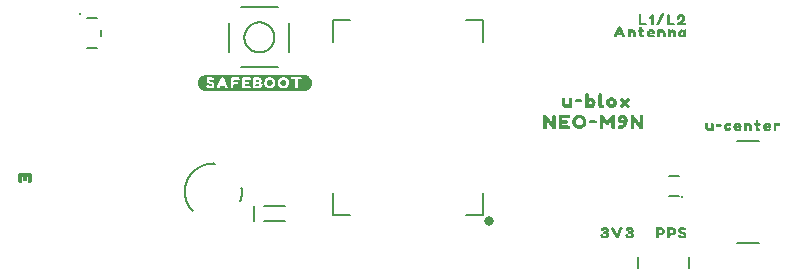
<source format=gto>
G04 EAGLE Gerber RS-274X export*
G75*
%MOMM*%
%FSLAX34Y34*%
%LPD*%
%INSilkscreen Top*%
%IPPOS*%
%AMOC8*
5,1,8,0,0,1.08239X$1,22.5*%
G01*
%ADD10C,0.152400*%
%ADD11C,0.203200*%
%ADD12C,0.254000*%
%ADD13C,0.177800*%
%ADD14C,0.812800*%
%ADD15C,0.300000*%
%ADD16R,0.040000X0.640000*%
%ADD17R,0.040000X0.800000*%
%ADD18R,0.040000X0.840000*%
%ADD19R,0.040000X0.280000*%
%ADD20R,0.040000X0.600000*%
%ADD21R,0.040000X0.680000*%
%ADD22R,0.040000X0.760000*%

G36*
X331064Y234454D02*
X331064Y234454D01*
X331067Y234451D01*
X332467Y234651D01*
X332468Y234652D01*
X332468Y234651D01*
X333068Y234751D01*
X333074Y234758D01*
X333079Y234755D01*
X333779Y235055D01*
X333781Y235057D01*
X333782Y235056D01*
X334382Y235356D01*
X334383Y235359D01*
X334385Y235358D01*
X334885Y235658D01*
X334886Y235659D01*
X334887Y235659D01*
X335487Y236059D01*
X335490Y236066D01*
X335495Y236065D01*
X335995Y236565D01*
X335995Y236569D01*
X335998Y236569D01*
X336798Y237569D01*
X336799Y237573D01*
X336801Y237573D01*
X337201Y238173D01*
X337201Y238178D01*
X337203Y238180D01*
X337202Y238183D01*
X337207Y238184D01*
X337407Y238784D01*
X337406Y238786D01*
X337407Y238786D01*
X337607Y239485D01*
X337807Y240084D01*
X337805Y240091D01*
X337809Y240093D01*
X337909Y240793D01*
X337906Y240798D01*
X337909Y240800D01*
X337909Y241500D01*
X337906Y241504D01*
X337909Y241507D01*
X337809Y242207D01*
X337808Y242208D01*
X337809Y242208D01*
X337709Y242808D01*
X337705Y242811D01*
X337707Y242814D01*
X337507Y243514D01*
X337506Y243515D01*
X337507Y243516D01*
X337307Y244116D01*
X337302Y244119D01*
X337304Y244122D01*
X337004Y244722D01*
X337000Y244724D01*
X337001Y244727D01*
X336601Y245327D01*
X336598Y245328D01*
X336598Y245331D01*
X336198Y245831D01*
X336194Y245832D01*
X336195Y245835D01*
X335695Y246335D01*
X335691Y246335D01*
X335691Y246338D01*
X335191Y246738D01*
X335187Y246739D01*
X335187Y246741D01*
X334587Y247141D01*
X334583Y247141D01*
X334582Y247144D01*
X333382Y247744D01*
X333375Y247743D01*
X333374Y247747D01*
X332674Y247947D01*
X332670Y247946D01*
X332668Y247949D01*
X332068Y248049D01*
X332067Y248048D01*
X332067Y248049D01*
X331367Y248149D01*
X331362Y248146D01*
X331360Y248149D01*
X248060Y248149D01*
X248056Y248146D01*
X248053Y248149D01*
X246653Y247949D01*
X246652Y247948D01*
X246652Y247949D01*
X246052Y247849D01*
X246045Y247841D01*
X246038Y247844D01*
X245439Y247545D01*
X244741Y247245D01*
X244738Y247241D01*
X244735Y247242D01*
X244235Y246942D01*
X244234Y246941D01*
X244233Y246941D01*
X243633Y246541D01*
X243630Y246534D01*
X243625Y246535D01*
X243125Y246035D01*
X243125Y246031D01*
X243122Y246031D01*
X242322Y245031D01*
X242321Y245027D01*
X242319Y245027D01*
X241919Y244427D01*
X241920Y244418D01*
X241919Y244417D01*
X241913Y244416D01*
X241713Y243816D01*
X241714Y243814D01*
X241713Y243814D01*
X241513Y243115D01*
X241313Y242516D01*
X241315Y242509D01*
X241311Y242507D01*
X241211Y241807D01*
X241213Y241803D01*
X241213Y241802D01*
X241211Y241800D01*
X241211Y241100D01*
X241214Y241096D01*
X241211Y241093D01*
X241311Y240393D01*
X241312Y240392D01*
X241311Y240392D01*
X241411Y239792D01*
X241415Y239789D01*
X241413Y239786D01*
X241613Y239086D01*
X241614Y239085D01*
X241613Y239084D01*
X241813Y238484D01*
X241818Y238481D01*
X241816Y238478D01*
X242116Y237878D01*
X242120Y237876D01*
X242119Y237873D01*
X242519Y237273D01*
X242522Y237272D01*
X242522Y237269D01*
X242922Y236769D01*
X242926Y236768D01*
X242925Y236765D01*
X243425Y236265D01*
X243429Y236265D01*
X243429Y236262D01*
X243929Y235862D01*
X243933Y235861D01*
X243933Y235859D01*
X244533Y235459D01*
X244537Y235459D01*
X244538Y235456D01*
X245738Y234856D01*
X245745Y234857D01*
X245746Y234853D01*
X246446Y234653D01*
X246450Y234654D01*
X246452Y234651D01*
X247052Y234551D01*
X247053Y234552D01*
X247053Y234551D01*
X247753Y234451D01*
X247758Y234454D01*
X247760Y234451D01*
X331060Y234451D01*
X331064Y234454D01*
G37*
G36*
X564483Y202333D02*
X564483Y202333D01*
X564485Y202331D01*
X565385Y202431D01*
X565389Y202435D01*
X565392Y202432D01*
X566192Y202632D01*
X566196Y202637D01*
X566199Y202635D01*
X566899Y202935D01*
X566903Y202942D01*
X566909Y202940D01*
X568309Y203940D01*
X568311Y203948D01*
X568317Y203948D01*
X568917Y204648D01*
X568918Y204655D01*
X568923Y204656D01*
X569723Y206056D01*
X569722Y206059D01*
X569724Y206060D01*
X569722Y206063D01*
X569721Y206065D01*
X569728Y206068D01*
X569928Y206868D01*
X569927Y206869D01*
X569928Y206869D01*
X570128Y207769D01*
X570125Y207777D01*
X570129Y207780D01*
X570129Y209480D01*
X570124Y209487D01*
X570128Y209492D01*
X569928Y210292D01*
X569924Y210295D01*
X569926Y210297D01*
X569626Y211097D01*
X569621Y211100D01*
X569623Y211104D01*
X569223Y211804D01*
X569219Y211806D01*
X569220Y211809D01*
X568720Y212509D01*
X568712Y212511D01*
X568712Y212517D01*
X568012Y213117D01*
X568012Y213118D01*
X567412Y213618D01*
X567403Y213618D01*
X567402Y213624D01*
X566602Y214024D01*
X566600Y214024D01*
X566599Y214025D01*
X565899Y214325D01*
X565893Y214324D01*
X565891Y214328D01*
X564991Y214528D01*
X564987Y214527D01*
X564986Y214529D01*
X564186Y214629D01*
X564177Y214624D01*
X564172Y214629D01*
X563573Y214529D01*
X562774Y214429D01*
X562771Y214426D01*
X562768Y214428D01*
X561968Y214228D01*
X561962Y214220D01*
X561956Y214223D01*
X561256Y213823D01*
X561254Y213819D01*
X561251Y213820D01*
X560551Y213320D01*
X560550Y213314D01*
X560545Y213315D01*
X559345Y212115D01*
X559344Y212105D01*
X559337Y212104D01*
X558937Y211404D01*
X558938Y211399D01*
X558934Y211397D01*
X558634Y210597D01*
X558635Y210593D01*
X558632Y210592D01*
X558432Y209792D01*
X558434Y209787D01*
X558431Y209785D01*
X558331Y208885D01*
X558333Y208882D01*
X558331Y208880D01*
X558331Y207980D01*
X558334Y207976D01*
X558331Y207974D01*
X558431Y207174D01*
X558434Y207171D01*
X558432Y207168D01*
X558632Y206368D01*
X558637Y206364D01*
X558635Y206361D01*
X558935Y205661D01*
X558977Y205637D01*
X558954Y205622D01*
X558947Y205604D01*
X558935Y205595D01*
X558941Y205587D01*
X558933Y205566D01*
X558940Y205563D01*
X558937Y205556D01*
X559337Y204856D01*
X559346Y204852D01*
X559345Y204845D01*
X560545Y203645D01*
X560551Y203644D01*
X560551Y203640D01*
X561251Y203140D01*
X561257Y203140D01*
X561258Y203136D01*
X562058Y202736D01*
X562060Y202736D01*
X562061Y202735D01*
X562761Y202435D01*
X562771Y202437D01*
X562775Y202431D01*
X563675Y202331D01*
X563678Y202333D01*
X563680Y202331D01*
X564480Y202331D01*
X564483Y202333D01*
G37*
G36*
X593596Y202343D02*
X593596Y202343D01*
X593607Y202339D01*
X594207Y202739D01*
X594214Y202757D01*
X594218Y202761D01*
X594216Y202763D01*
X594228Y202768D01*
X594428Y203568D01*
X594424Y203576D01*
X594429Y203580D01*
X594429Y213080D01*
X594426Y213084D01*
X594429Y213087D01*
X594329Y213787D01*
X594308Y213807D01*
X594307Y213821D01*
X593707Y214221D01*
X593690Y214220D01*
X593685Y214229D01*
X592685Y214329D01*
X592671Y214321D01*
X592663Y214326D01*
X591863Y214026D01*
X591853Y214011D01*
X591842Y214012D01*
X590242Y212112D01*
X590242Y212110D01*
X590241Y212110D01*
X588346Y209616D01*
X587792Y209247D01*
X584820Y213309D01*
X584817Y213310D01*
X584817Y213312D01*
X584217Y214012D01*
X584202Y214015D01*
X584199Y214025D01*
X583499Y214325D01*
X583486Y214322D01*
X583480Y214329D01*
X582480Y214329D01*
X582466Y214318D01*
X582456Y214323D01*
X581756Y213923D01*
X581745Y213898D01*
X581733Y213894D01*
X581533Y213194D01*
X581536Y213184D01*
X581531Y213180D01*
X581531Y203780D01*
X581534Y203776D01*
X581531Y203774D01*
X581631Y202974D01*
X581647Y202958D01*
X581645Y202945D01*
X582145Y202445D01*
X582168Y202442D01*
X582175Y202431D01*
X583175Y202331D01*
X583185Y202337D01*
X583191Y202332D01*
X584091Y202532D01*
X584111Y202555D01*
X584124Y202558D01*
X584424Y203158D01*
X584421Y203174D01*
X584429Y203180D01*
X584429Y209061D01*
X584542Y208948D01*
X586740Y205951D01*
X586751Y205948D01*
X586751Y205940D01*
X587451Y205440D01*
X587471Y205440D01*
X587476Y205434D01*
X587478Y205434D01*
X587480Y205431D01*
X588280Y205431D01*
X588284Y205434D01*
X588286Y205434D01*
X588294Y205440D01*
X588302Y205436D01*
X589102Y205836D01*
X589110Y205852D01*
X589121Y205853D01*
X589521Y206452D01*
X591431Y209126D01*
X591431Y204180D01*
X591433Y204177D01*
X591431Y204175D01*
X591531Y203275D01*
X591538Y203267D01*
X591535Y203261D01*
X591835Y202561D01*
X591863Y202545D01*
X591868Y202532D01*
X592668Y202332D01*
X592676Y202336D01*
X592680Y202331D01*
X593580Y202331D01*
X593596Y202343D01*
G37*
G36*
X535588Y202337D02*
X535588Y202337D01*
X535594Y202333D01*
X536294Y202533D01*
X536312Y202557D01*
X536325Y202561D01*
X536625Y203261D01*
X536622Y203274D01*
X536629Y203280D01*
X536629Y208934D01*
X541041Y203150D01*
X541046Y203149D01*
X541045Y203145D01*
X541745Y202445D01*
X541768Y202442D01*
X541774Y202431D01*
X542574Y202331D01*
X542581Y202335D01*
X542584Y202331D01*
X543684Y202431D01*
X543705Y202450D01*
X543718Y202449D01*
X544118Y202949D01*
X544119Y202957D01*
X544120Y202958D01*
X544119Y202960D01*
X544119Y202968D01*
X544129Y202974D01*
X544229Y203774D01*
X544227Y203778D01*
X544229Y203780D01*
X544229Y213180D01*
X544223Y213188D01*
X544227Y213194D01*
X544027Y213894D01*
X544006Y213909D01*
X544004Y213923D01*
X543304Y214323D01*
X543287Y214320D01*
X543280Y214329D01*
X542380Y214329D01*
X542373Y214324D01*
X542368Y214328D01*
X541568Y214128D01*
X541544Y214098D01*
X541533Y214094D01*
X541333Y213394D01*
X541335Y213387D01*
X541331Y213385D01*
X541231Y212385D01*
X541233Y212382D01*
X541231Y212380D01*
X541231Y207531D01*
X539420Y210009D01*
X539419Y210009D01*
X539419Y210010D01*
X536819Y213410D01*
X536818Y213410D01*
X536818Y213412D01*
X536318Y214012D01*
X536300Y214016D01*
X536297Y214026D01*
X535497Y214326D01*
X535482Y214321D01*
X535475Y214329D01*
X534575Y214229D01*
X534564Y214219D01*
X534556Y214223D01*
X533856Y213823D01*
X533843Y213793D01*
X533831Y213786D01*
X533731Y212986D01*
X533733Y212983D01*
X533733Y212982D01*
X533731Y212980D01*
X533731Y203680D01*
X533734Y203676D01*
X533731Y203674D01*
X533831Y202874D01*
X533849Y202856D01*
X533848Y202842D01*
X534448Y202342D01*
X534472Y202341D01*
X534480Y202331D01*
X535580Y202331D01*
X535588Y202337D01*
G37*
G36*
X609588Y202337D02*
X609588Y202337D01*
X609594Y202333D01*
X610294Y202533D01*
X610312Y202557D01*
X610325Y202561D01*
X610625Y203261D01*
X610622Y203274D01*
X610629Y203280D01*
X610629Y208934D01*
X615041Y203150D01*
X615046Y203149D01*
X615045Y203145D01*
X615745Y202445D01*
X615768Y202442D01*
X615774Y202431D01*
X616574Y202331D01*
X616581Y202335D01*
X616585Y202331D01*
X617585Y202431D01*
X617602Y202447D01*
X617615Y202445D01*
X618115Y202945D01*
X618116Y202956D01*
X618118Y202958D01*
X618117Y202960D01*
X618118Y202968D01*
X618129Y202974D01*
X618229Y203774D01*
X618227Y203778D01*
X618229Y203780D01*
X618229Y213180D01*
X618223Y213188D01*
X618227Y213194D01*
X618027Y213894D01*
X618006Y213909D01*
X618004Y213923D01*
X617304Y214323D01*
X617287Y214320D01*
X617280Y214329D01*
X616380Y214329D01*
X616373Y214324D01*
X616368Y214328D01*
X615568Y214128D01*
X615544Y214098D01*
X615533Y214094D01*
X615333Y213394D01*
X615335Y213387D01*
X615331Y213385D01*
X615231Y212385D01*
X615233Y212382D01*
X615231Y212380D01*
X615231Y207530D01*
X613920Y209309D01*
X613919Y209309D01*
X613919Y209310D01*
X610819Y213410D01*
X610818Y213410D01*
X610818Y213412D01*
X610318Y214012D01*
X610300Y214016D01*
X610297Y214026D01*
X609497Y214326D01*
X609482Y214321D01*
X609475Y214329D01*
X608575Y214229D01*
X608564Y214219D01*
X608556Y214223D01*
X607856Y213823D01*
X607843Y213793D01*
X607831Y213786D01*
X607731Y212986D01*
X607733Y212983D01*
X607733Y212982D01*
X607731Y212980D01*
X607731Y203680D01*
X607734Y203676D01*
X607731Y203674D01*
X607831Y202874D01*
X607849Y202856D01*
X607848Y202842D01*
X608448Y202342D01*
X608472Y202341D01*
X608480Y202331D01*
X609580Y202331D01*
X609588Y202337D01*
G37*
G36*
X555193Y202340D02*
X555193Y202340D01*
X555202Y202336D01*
X555802Y202636D01*
X555813Y202658D01*
X555815Y202659D01*
X555826Y202663D01*
X556126Y203463D01*
X556122Y203478D01*
X556129Y203484D01*
X556029Y204584D01*
X556013Y204602D01*
X556015Y204615D01*
X555515Y205115D01*
X555496Y205117D01*
X555492Y205128D01*
X554692Y205328D01*
X554684Y205324D01*
X554680Y205329D01*
X549629Y205329D01*
X549629Y206077D01*
X549723Y206831D01*
X553180Y206831D01*
X553188Y206837D01*
X553194Y206833D01*
X553894Y207033D01*
X553912Y207057D01*
X553925Y207061D01*
X554225Y207761D01*
X554222Y207774D01*
X554229Y207780D01*
X554229Y208880D01*
X554220Y208893D01*
X554224Y208902D01*
X553924Y209502D01*
X553898Y209515D01*
X553894Y209527D01*
X553194Y209727D01*
X553184Y209724D01*
X553180Y209729D01*
X549723Y209729D01*
X549629Y210483D01*
X549629Y211237D01*
X550383Y211331D01*
X554580Y211331D01*
X554583Y211333D01*
X554585Y211331D01*
X555485Y211431D01*
X555505Y211450D01*
X555518Y211449D01*
X555918Y211949D01*
X555919Y211963D01*
X555928Y211970D01*
X556128Y212970D01*
X556122Y212983D01*
X556128Y212991D01*
X555928Y213891D01*
X555908Y213908D01*
X555907Y213921D01*
X555307Y214321D01*
X555287Y214320D01*
X555280Y214329D01*
X547480Y214329D01*
X547462Y214315D01*
X547449Y214318D01*
X546949Y213918D01*
X546944Y213897D01*
X546932Y213892D01*
X546732Y213092D01*
X546736Y213084D01*
X546731Y213080D01*
X546731Y203680D01*
X546734Y203676D01*
X546731Y203674D01*
X546831Y202874D01*
X546850Y202855D01*
X546849Y202842D01*
X547349Y202442D01*
X547369Y202441D01*
X547375Y202431D01*
X548375Y202331D01*
X548378Y202333D01*
X548380Y202331D01*
X555180Y202331D01*
X555193Y202340D01*
G37*
G36*
X571234Y220122D02*
X571234Y220122D01*
X571244Y220117D01*
X571943Y220516D01*
X572318Y220704D01*
X572996Y220317D01*
X573006Y220319D01*
X573009Y220312D01*
X573909Y220112D01*
X573917Y220115D01*
X573920Y220111D01*
X574720Y220111D01*
X574731Y220119D01*
X574739Y220115D01*
X575439Y220415D01*
X575442Y220420D01*
X575446Y220418D01*
X576246Y220918D01*
X576250Y220928D01*
X576257Y220928D01*
X576857Y221628D01*
X576858Y221631D01*
X576860Y221631D01*
X577360Y222331D01*
X577360Y222337D01*
X577364Y222338D01*
X577764Y223138D01*
X577762Y223147D01*
X577768Y223151D01*
X577767Y223153D01*
X577769Y223154D01*
X577869Y223954D01*
X577869Y223955D01*
X577969Y224855D01*
X577963Y224865D01*
X577968Y224872D01*
X577768Y225672D01*
X577763Y225676D01*
X577765Y225679D01*
X577465Y226379D01*
X577460Y226382D01*
X577462Y226386D01*
X576962Y227186D01*
X576954Y227189D01*
X576955Y227195D01*
X576355Y227795D01*
X576347Y227796D01*
X576346Y227802D01*
X575546Y228302D01*
X575540Y228301D01*
X575539Y228305D01*
X574839Y228605D01*
X574830Y228603D01*
X574826Y228609D01*
X574026Y228709D01*
X574022Y228707D01*
X574020Y228709D01*
X573420Y228709D01*
X573410Y228702D01*
X573403Y228706D01*
X572603Y228406D01*
X572599Y228400D01*
X572595Y228402D01*
X572169Y228147D01*
X572169Y231560D01*
X572163Y231568D01*
X572167Y231574D01*
X571967Y232274D01*
X571948Y232288D01*
X571947Y232301D01*
X571347Y232701D01*
X571327Y232700D01*
X571320Y232709D01*
X570220Y232709D01*
X570206Y232698D01*
X570196Y232703D01*
X569496Y232303D01*
X569485Y232278D01*
X569473Y232274D01*
X569273Y231574D01*
X569276Y231564D01*
X569271Y231560D01*
X569271Y221260D01*
X569276Y221253D01*
X569272Y221248D01*
X569472Y220448D01*
X569495Y220429D01*
X569498Y220416D01*
X570098Y220116D01*
X570114Y220119D01*
X570120Y220111D01*
X571220Y220111D01*
X571234Y220122D01*
G37*
G36*
X599286Y202336D02*
X599286Y202336D01*
X599291Y202332D01*
X600191Y202532D01*
X600191Y202533D01*
X600192Y202532D01*
X600992Y202732D01*
X600998Y202740D01*
X601004Y202737D01*
X602404Y203537D01*
X602408Y203546D01*
X602415Y203545D01*
X603015Y204145D01*
X603015Y204149D01*
X603018Y204148D01*
X603518Y204748D01*
X603518Y204751D01*
X603520Y204751D01*
X604020Y205451D01*
X604020Y205459D01*
X604025Y205461D01*
X604325Y206161D01*
X604325Y206162D01*
X604326Y206163D01*
X604626Y206963D01*
X604625Y206967D01*
X604628Y206968D01*
X604828Y207768D01*
X604827Y207769D01*
X604828Y207769D01*
X605028Y208669D01*
X605025Y208677D01*
X605029Y208680D01*
X605029Y210480D01*
X605024Y210486D01*
X605028Y210491D01*
X604828Y211391D01*
X604824Y211394D01*
X604826Y211397D01*
X604526Y212197D01*
X604519Y212202D01*
X604521Y212207D01*
X604121Y212807D01*
X604120Y212808D01*
X604120Y212809D01*
X603620Y213509D01*
X603608Y213512D01*
X603607Y213521D01*
X603007Y213921D01*
X603003Y213921D01*
X603002Y213924D01*
X602202Y214324D01*
X602190Y214322D01*
X602186Y214329D01*
X601386Y214429D01*
X601385Y214428D01*
X601385Y214429D01*
X600385Y214529D01*
X600374Y214523D01*
X600368Y214528D01*
X598768Y214128D01*
X598760Y214117D01*
X598751Y214120D01*
X598051Y213620D01*
X598050Y213614D01*
X598045Y213615D01*
X597445Y213015D01*
X597444Y213005D01*
X597437Y213004D01*
X597037Y212304D01*
X597038Y212299D01*
X597034Y212297D01*
X596734Y211497D01*
X596736Y211489D01*
X596731Y211486D01*
X596631Y210686D01*
X596633Y210682D01*
X596631Y210680D01*
X596631Y210580D01*
X596634Y210576D01*
X596631Y210574D01*
X596731Y209774D01*
X596740Y209765D01*
X596736Y209758D01*
X597136Y208958D01*
X597144Y208954D01*
X597143Y208948D01*
X597743Y208248D01*
X597749Y208247D01*
X597748Y208242D01*
X598348Y207742D01*
X598357Y207742D01*
X598358Y207736D01*
X599158Y207336D01*
X599166Y207337D01*
X599168Y207332D01*
X599968Y207132D01*
X599976Y207136D01*
X599980Y207131D01*
X600780Y207131D01*
X600786Y207136D01*
X600791Y207132D01*
X601600Y207312D01*
X601437Y206904D01*
X600945Y206215D01*
X600257Y205724D01*
X599468Y205428D01*
X598674Y205329D01*
X597775Y205229D01*
X597763Y205218D01*
X597753Y205221D01*
X597153Y204821D01*
X597144Y204797D01*
X597132Y204792D01*
X596932Y203992D01*
X596937Y203981D01*
X596931Y203975D01*
X597031Y202975D01*
X597047Y202958D01*
X597045Y202945D01*
X597545Y202445D01*
X597568Y202442D01*
X597574Y202431D01*
X598374Y202331D01*
X598378Y202333D01*
X598380Y202331D01*
X599280Y202331D01*
X599286Y202336D01*
G37*
G36*
X592127Y220116D02*
X592127Y220116D01*
X592132Y220112D01*
X592932Y220312D01*
X592935Y220316D01*
X592937Y220314D01*
X593737Y220614D01*
X593742Y220622D01*
X593749Y220620D01*
X594449Y221120D01*
X594450Y221126D01*
X594455Y221125D01*
X595055Y221725D01*
X595056Y221731D01*
X595060Y221731D01*
X595560Y222431D01*
X595560Y222441D01*
X595566Y222443D01*
X595866Y223243D01*
X595865Y223247D01*
X595868Y223248D01*
X596068Y224048D01*
X596064Y224056D01*
X596069Y224060D01*
X596069Y224960D01*
X596064Y224966D01*
X596068Y224971D01*
X595868Y225871D01*
X595866Y225872D01*
X595867Y225874D01*
X595667Y226574D01*
X595658Y226581D01*
X595660Y226589D01*
X595160Y227289D01*
X595157Y227290D01*
X595157Y227292D01*
X594557Y227992D01*
X594549Y227994D01*
X594549Y228000D01*
X593849Y228500D01*
X593841Y228500D01*
X593839Y228505D01*
X593139Y228805D01*
X593134Y228804D01*
X593132Y228808D01*
X592332Y229008D01*
X592327Y229006D01*
X592325Y229009D01*
X591425Y229109D01*
X591418Y229105D01*
X591414Y229109D01*
X590614Y229009D01*
X590608Y229003D01*
X590603Y229006D01*
X589803Y228706D01*
X589801Y228703D01*
X589798Y228704D01*
X588998Y228304D01*
X588994Y228297D01*
X588988Y228298D01*
X588388Y227798D01*
X588388Y227796D01*
X588387Y227796D01*
X587087Y226596D01*
X587084Y226583D01*
X587075Y226576D01*
X587081Y226568D01*
X587071Y226560D01*
X587071Y223860D01*
X587078Y223850D01*
X587074Y223843D01*
X587674Y222243D01*
X587687Y222235D01*
X587685Y222225D01*
X588885Y221025D01*
X588895Y221024D01*
X588896Y221017D01*
X589596Y220617D01*
X589577Y220584D01*
X589585Y220525D01*
X589599Y220527D01*
X589603Y220514D01*
X590403Y220214D01*
X590411Y220216D01*
X590414Y220211D01*
X591214Y220111D01*
X591218Y220113D01*
X591220Y220111D01*
X592120Y220111D01*
X592127Y220116D01*
G37*
G36*
X557524Y220211D02*
X557524Y220211D01*
X557542Y220227D01*
X557555Y220225D01*
X558055Y220725D01*
X558056Y220736D01*
X558058Y220738D01*
X558057Y220740D01*
X558058Y220748D01*
X558069Y220754D01*
X558169Y221554D01*
X558167Y221558D01*
X558169Y221560D01*
X558169Y227560D01*
X558163Y227568D01*
X558167Y227574D01*
X557967Y228274D01*
X557946Y228289D01*
X557944Y228303D01*
X557244Y228703D01*
X557227Y228700D01*
X557220Y228709D01*
X556120Y228709D01*
X556109Y228701D01*
X556101Y228705D01*
X555401Y228405D01*
X555385Y228378D01*
X555373Y228374D01*
X555173Y227674D01*
X555176Y227664D01*
X555171Y227660D01*
X555171Y224173D01*
X554784Y223496D01*
X554107Y223109D01*
X553238Y223109D01*
X552661Y223590D01*
X552369Y224270D01*
X552369Y227760D01*
X552360Y227773D01*
X552364Y227782D01*
X552064Y228382D01*
X552041Y228393D01*
X552037Y228406D01*
X551237Y228706D01*
X551222Y228702D01*
X551216Y228709D01*
X550116Y228609D01*
X550101Y228596D01*
X550089Y228598D01*
X549589Y228198D01*
X549583Y228173D01*
X549571Y228166D01*
X549471Y227366D01*
X549473Y227362D01*
X549471Y227360D01*
X549471Y223960D01*
X549476Y223954D01*
X549472Y223949D01*
X549672Y223049D01*
X549677Y223045D01*
X549675Y223041D01*
X549975Y222341D01*
X549977Y222339D01*
X549976Y222338D01*
X550376Y221538D01*
X550386Y221533D01*
X550385Y221525D01*
X550985Y220925D01*
X550991Y220924D01*
X550991Y220920D01*
X551691Y220420D01*
X551704Y220420D01*
X551706Y220413D01*
X552406Y220213D01*
X552412Y220215D01*
X552415Y220211D01*
X553315Y220111D01*
X553325Y220118D01*
X553332Y220112D01*
X554132Y220312D01*
X554138Y220320D01*
X554144Y220317D01*
X554843Y220716D01*
X555203Y220897D01*
X555579Y220333D01*
X555603Y220324D01*
X555608Y220312D01*
X556408Y220112D01*
X556419Y220117D01*
X556424Y220111D01*
X557524Y220211D01*
G37*
G36*
X640541Y109567D02*
X640541Y109567D01*
X640555Y109565D01*
X640955Y109965D01*
X640956Y109977D01*
X640961Y109981D01*
X640958Y109986D01*
X640969Y109992D01*
X641069Y110592D01*
X641066Y110597D01*
X641069Y110600D01*
X641069Y111970D01*
X641432Y112151D01*
X642820Y112151D01*
X642825Y112154D01*
X642828Y112151D01*
X643428Y112251D01*
X643432Y112256D01*
X643436Y112253D01*
X644036Y112453D01*
X644041Y112461D01*
X644047Y112459D01*
X645247Y113259D01*
X645251Y113269D01*
X645258Y113269D01*
X645658Y113769D01*
X645659Y113779D01*
X645665Y113781D01*
X645965Y114481D01*
X645963Y114489D01*
X645969Y114492D01*
X646069Y115092D01*
X646068Y115093D01*
X646069Y115093D01*
X646169Y115793D01*
X646166Y115798D01*
X646169Y115800D01*
X646169Y116500D01*
X646160Y116513D01*
X646164Y116522D01*
X645764Y117322D01*
X645757Y117325D01*
X645758Y117331D01*
X645358Y117831D01*
X645354Y117832D01*
X645355Y117835D01*
X644855Y118335D01*
X644848Y118336D01*
X644847Y118341D01*
X644247Y118741D01*
X644243Y118741D01*
X644242Y118744D01*
X643642Y119044D01*
X643631Y119042D01*
X643627Y119049D01*
X642927Y119149D01*
X642922Y119146D01*
X642920Y119149D01*
X639520Y119149D01*
X639511Y119142D01*
X639504Y119147D01*
X638904Y118947D01*
X638887Y118922D01*
X638874Y118918D01*
X638674Y118418D01*
X638678Y118405D01*
X638671Y118400D01*
X638671Y110200D01*
X638680Y110187D01*
X638676Y110178D01*
X638876Y109778D01*
X638902Y109765D01*
X638906Y109753D01*
X639606Y109553D01*
X639616Y109556D01*
X639620Y109551D01*
X640520Y109551D01*
X640541Y109567D01*
G37*
%LPC*%
G36*
X288674Y236649D02*
X288674Y236649D01*
X288205Y236931D01*
X288109Y237504D01*
X288109Y238473D01*
X290354Y239048D01*
X290738Y238856D01*
X290754Y238859D01*
X290760Y238851D01*
X292860Y238851D01*
X292881Y238867D01*
X292895Y238865D01*
X293295Y239265D01*
X293299Y239292D01*
X293309Y239300D01*
X293309Y239900D01*
X293302Y239909D01*
X293307Y239916D01*
X293107Y240516D01*
X293072Y240539D01*
X293067Y240549D01*
X291690Y240745D01*
X291409Y241214D01*
X291409Y241980D01*
X291783Y242354D01*
X292467Y242451D01*
X292472Y242456D01*
X292476Y242453D01*
X293076Y242653D01*
X293109Y242702D01*
X293106Y242704D01*
X293109Y242707D01*
X293009Y243407D01*
X292993Y243422D01*
X292995Y243435D01*
X292595Y243835D01*
X292568Y243839D01*
X292560Y243849D01*
X290460Y243849D01*
X290413Y243813D01*
X290415Y243810D01*
X290411Y243808D01*
X290311Y243208D01*
X290314Y243203D01*
X290311Y243200D01*
X290311Y239237D01*
X288109Y238623D01*
X288109Y244996D01*
X288206Y245576D01*
X288583Y245953D01*
X289363Y246051D01*
X292756Y246051D01*
X293345Y245953D01*
X293935Y245657D01*
X294525Y245265D01*
X294915Y244678D01*
X295113Y244084D01*
X295310Y243495D01*
X295212Y242810D01*
X295013Y242114D01*
X295017Y242101D01*
X295011Y242095D01*
X295111Y241095D01*
X295120Y241086D01*
X295116Y241078D01*
X295413Y240485D01*
X295511Y239892D01*
X295555Y239851D01*
X295560Y239857D01*
X295566Y239851D01*
X297546Y240087D01*
X297546Y240086D01*
X295554Y239849D01*
X295511Y239808D01*
X295515Y239803D01*
X295511Y239800D01*
X295511Y239207D01*
X295314Y238518D01*
X295018Y237927D01*
X294625Y237435D01*
X294133Y237042D01*
X293545Y236748D01*
X292857Y236649D01*
X288674Y236649D01*
G37*
%LPD*%
G36*
X631038Y109565D02*
X631038Y109565D01*
X631051Y109562D01*
X631551Y109962D01*
X631555Y109977D01*
X631560Y109981D01*
X631557Y109985D01*
X631557Y109986D01*
X631569Y109992D01*
X631669Y110592D01*
X631666Y110597D01*
X631669Y110600D01*
X631669Y111970D01*
X632032Y112151D01*
X633420Y112151D01*
X633425Y112154D01*
X633428Y112151D01*
X634028Y112251D01*
X634032Y112256D01*
X634036Y112253D01*
X634636Y112453D01*
X634641Y112461D01*
X634647Y112459D01*
X635847Y113259D01*
X635851Y113269D01*
X635858Y113269D01*
X636258Y113769D01*
X636259Y113779D01*
X636265Y113781D01*
X636565Y114481D01*
X636563Y114489D01*
X636569Y114492D01*
X636669Y115092D01*
X636666Y115097D01*
X636669Y115100D01*
X636669Y116500D01*
X636660Y116513D01*
X636664Y116522D01*
X636264Y117322D01*
X636261Y117323D01*
X636262Y117325D01*
X635962Y117825D01*
X635954Y117829D01*
X635955Y117835D01*
X635455Y118335D01*
X635448Y118336D01*
X635447Y118341D01*
X634847Y118741D01*
X634841Y118741D01*
X634839Y118745D01*
X634139Y119045D01*
X634131Y119043D01*
X634128Y119049D01*
X633528Y119149D01*
X633523Y119146D01*
X633520Y119149D01*
X630120Y119149D01*
X630111Y119142D01*
X630104Y119147D01*
X629504Y118947D01*
X629487Y118922D01*
X629474Y118918D01*
X629274Y118418D01*
X629278Y118405D01*
X629271Y118400D01*
X629271Y110200D01*
X629280Y110187D01*
X629276Y110178D01*
X629476Y109778D01*
X629502Y109765D01*
X629506Y109753D01*
X630206Y109553D01*
X630216Y109556D01*
X630220Y109551D01*
X631020Y109551D01*
X631038Y109565D01*
G37*
G36*
X605632Y220123D02*
X605632Y220123D01*
X605644Y220117D01*
X606344Y220517D01*
X606348Y220526D01*
X606355Y220525D01*
X607055Y221225D01*
X607059Y221252D01*
X607069Y221260D01*
X607069Y221960D01*
X607056Y221977D01*
X607060Y221989D01*
X606560Y222689D01*
X606555Y222690D01*
X606556Y222694D01*
X604789Y224559D01*
X606555Y226325D01*
X606556Y226331D01*
X606560Y226331D01*
X607060Y227031D01*
X607060Y227039D01*
X607064Y227042D01*
X607060Y227047D01*
X607059Y227053D01*
X607069Y227060D01*
X607069Y227760D01*
X607054Y227780D01*
X607057Y227792D01*
X606357Y228592D01*
X606345Y228595D01*
X606344Y228603D01*
X605644Y229003D01*
X605612Y228999D01*
X605601Y229005D01*
X604901Y228705D01*
X604895Y228696D01*
X604888Y228697D01*
X604188Y228097D01*
X604187Y228092D01*
X604182Y228092D01*
X603097Y226809D01*
X602540Y226809D01*
X600655Y228695D01*
X600642Y228697D01*
X600639Y228705D01*
X599939Y229005D01*
X599908Y228997D01*
X599896Y229003D01*
X599196Y228603D01*
X599191Y228592D01*
X599183Y228592D01*
X598483Y227792D01*
X598482Y227773D01*
X598471Y227768D01*
X598371Y227168D01*
X598384Y227144D01*
X598380Y227131D01*
X598880Y226431D01*
X598885Y226430D01*
X598884Y226426D01*
X600654Y224558D01*
X600183Y223993D01*
X598985Y222795D01*
X598984Y222790D01*
X598981Y222790D01*
X598381Y221990D01*
X598381Y221968D01*
X598371Y221960D01*
X598371Y221360D01*
X598386Y221340D01*
X598383Y221328D01*
X599083Y220528D01*
X599095Y220525D01*
X599096Y220517D01*
X599796Y220117D01*
X599823Y220121D01*
X599834Y220113D01*
X600534Y220313D01*
X600543Y220325D01*
X600552Y220323D01*
X601252Y220923D01*
X601253Y220925D01*
X601255Y220925D01*
X602444Y222114D01*
X603003Y222207D01*
X604885Y220325D01*
X604903Y220323D01*
X604906Y220313D01*
X605606Y220113D01*
X605632Y220123D01*
G37*
%LPC*%
G36*
X279567Y236649D02*
X279567Y236649D01*
X278894Y236841D01*
X278708Y237215D01*
X278609Y237903D01*
X278609Y244697D01*
X278708Y245486D01*
X278894Y245859D01*
X279567Y246051D01*
X285056Y246051D01*
X285630Y245955D01*
X285912Y245484D01*
X286011Y244694D01*
X286053Y244651D01*
X286060Y244658D01*
X286067Y244652D01*
X286050Y244648D01*
X286029Y244625D01*
X286016Y244622D01*
X285724Y244039D01*
X285251Y243849D01*
X281160Y243849D01*
X281134Y243830D01*
X281121Y243830D01*
X280821Y243430D01*
X280821Y243408D01*
X280811Y243400D01*
X280811Y242800D01*
X280830Y242774D01*
X280830Y242761D01*
X281230Y242461D01*
X281251Y242461D01*
X281258Y242451D01*
X283946Y242351D01*
X284418Y242068D01*
X284609Y241399D01*
X284416Y240629D01*
X284038Y240345D01*
X283353Y240149D01*
X281360Y240149D01*
X281354Y240145D01*
X281350Y240148D01*
X280850Y240048D01*
X280811Y240004D01*
X280813Y240002D01*
X280811Y240000D01*
X280811Y239300D01*
X280824Y239282D01*
X280821Y239270D01*
X281121Y238870D01*
X281152Y238862D01*
X281160Y238851D01*
X284557Y238851D01*
X285249Y238752D01*
X285821Y238561D01*
X286010Y237995D01*
X285913Y237119D01*
X285632Y236745D01*
X285056Y236649D01*
X279567Y236649D01*
G37*
%LPD*%
%LPC*%
G36*
X313264Y236649D02*
X313264Y236649D01*
X312668Y236749D01*
X312667Y236748D01*
X312667Y236749D01*
X311975Y236848D01*
X311387Y237142D01*
X310891Y237538D01*
X310887Y237539D01*
X310887Y237541D01*
X310296Y237936D01*
X309901Y238527D01*
X309898Y238528D01*
X309898Y238531D01*
X309502Y239027D01*
X309206Y239619D01*
X309008Y240211D01*
X308909Y240903D01*
X308909Y241597D01*
X308924Y241699D01*
X311111Y241750D01*
X311111Y240400D01*
X311120Y240387D01*
X311116Y240378D01*
X311216Y240178D01*
X311229Y240171D01*
X311229Y240162D01*
X311727Y239763D01*
X312225Y239265D01*
X312237Y239264D01*
X312238Y239256D01*
X312838Y238956D01*
X312849Y238958D01*
X312852Y238951D01*
X313452Y238851D01*
X313457Y238854D01*
X313460Y238851D01*
X314160Y238851D01*
X314173Y238860D01*
X314182Y238856D01*
X314782Y239156D01*
X314784Y239160D01*
X314787Y239159D01*
X315387Y239559D01*
X315392Y239574D01*
X315402Y239575D01*
X315702Y240075D01*
X315702Y240080D01*
X315705Y240081D01*
X316005Y240781D01*
X316004Y240788D01*
X316007Y240791D01*
X316004Y240796D01*
X316009Y240800D01*
X316009Y241500D01*
X316006Y241504D01*
X316009Y241507D01*
X315909Y242207D01*
X315904Y242212D01*
X315907Y242216D01*
X315707Y242816D01*
X315696Y242823D01*
X315698Y242831D01*
X315298Y243331D01*
X315288Y243333D01*
X315287Y243341D01*
X314687Y243741D01*
X314683Y243741D01*
X314682Y243744D01*
X314082Y244044D01*
X314066Y244041D01*
X314060Y244049D01*
X313360Y244049D01*
X313355Y244046D01*
X313352Y244049D01*
X312752Y243949D01*
X312742Y243938D01*
X312733Y243941D01*
X312133Y243541D01*
X312130Y243534D01*
X312125Y243535D01*
X311625Y243035D01*
X311624Y243026D01*
X311618Y243025D01*
X311318Y242525D01*
X311319Y242516D01*
X311313Y242514D01*
X311292Y242443D01*
X311278Y242393D01*
X311236Y242246D01*
X311194Y242098D01*
X311180Y242049D01*
X311138Y241901D01*
X311123Y241848D01*
X308938Y241798D01*
X309009Y242292D01*
X309108Y242886D01*
X309405Y243579D01*
X309702Y244173D01*
X310097Y244667D01*
X310593Y245163D01*
X311087Y245558D01*
X311679Y245854D01*
X312275Y246053D01*
X312967Y246251D01*
X313957Y246251D01*
X314649Y246152D01*
X315241Y245954D01*
X315835Y245657D01*
X316429Y245262D01*
X317419Y244271D01*
X318013Y243085D01*
X318111Y242492D01*
X318211Y241797D01*
X318211Y241103D01*
X318112Y240411D01*
X317913Y239816D01*
X317914Y239814D01*
X317913Y239814D01*
X317715Y239123D01*
X317322Y238631D01*
X317321Y238627D01*
X317319Y238627D01*
X316923Y238034D01*
X316431Y237640D01*
X315835Y237243D01*
X315241Y236946D01*
X314649Y236748D01*
X313957Y236649D01*
X313264Y236649D01*
G37*
%LPD*%
G36*
X653718Y289905D02*
X653718Y289905D01*
X653731Y289902D01*
X654231Y290302D01*
X654235Y290317D01*
X654240Y290321D01*
X654237Y290325D01*
X654237Y290326D01*
X654249Y290332D01*
X654349Y290932D01*
X654346Y290937D01*
X654349Y290940D01*
X654349Y291640D01*
X654335Y291658D01*
X654338Y291671D01*
X653938Y292171D01*
X653913Y292177D01*
X653907Y292189D01*
X653207Y292289D01*
X653202Y292286D01*
X653200Y292289D01*
X651220Y292289D01*
X651179Y292330D01*
X652125Y292898D01*
X652127Y292903D01*
X652132Y292902D01*
X652732Y293402D01*
X652732Y293406D01*
X652735Y293405D01*
X653235Y293905D01*
X653235Y293909D01*
X653238Y293909D01*
X653638Y294409D01*
X653639Y294423D01*
X653647Y294426D01*
X653847Y295126D01*
X653846Y295130D01*
X653849Y295132D01*
X653949Y295732D01*
X653946Y295737D01*
X653947Y295738D01*
X653949Y295740D01*
X653949Y296440D01*
X653946Y296444D01*
X653949Y296447D01*
X653849Y297147D01*
X653841Y297155D01*
X653844Y297162D01*
X653544Y297762D01*
X653541Y297763D01*
X653542Y297765D01*
X653242Y298265D01*
X653234Y298269D01*
X653235Y298275D01*
X652735Y298775D01*
X652731Y298775D01*
X652731Y298778D01*
X652231Y299178D01*
X652223Y299179D01*
X652222Y299184D01*
X651622Y299484D01*
X651611Y299482D01*
X651607Y299489D01*
X650907Y299589D01*
X650902Y299586D01*
X650900Y299589D01*
X650200Y299589D01*
X650196Y299586D01*
X650193Y299589D01*
X649493Y299489D01*
X649488Y299484D01*
X649484Y299487D01*
X648884Y299287D01*
X648881Y299282D01*
X648878Y299284D01*
X648278Y298984D01*
X648273Y298974D01*
X648265Y298975D01*
X647765Y298475D01*
X647764Y298468D01*
X647759Y298467D01*
X647359Y297867D01*
X647360Y297858D01*
X647353Y297856D01*
X646953Y296656D01*
X646954Y296653D01*
X646953Y296651D01*
X646956Y296646D01*
X646957Y296645D01*
X646951Y296640D01*
X646951Y295340D01*
X646970Y295315D01*
X646969Y295302D01*
X647469Y294902D01*
X647492Y294901D01*
X647500Y294891D01*
X648300Y294891D01*
X648308Y294897D01*
X648314Y294893D01*
X649014Y295093D01*
X649033Y295118D01*
X649046Y295122D01*
X649246Y295622D01*
X649244Y295629D01*
X649249Y295632D01*
X649347Y296225D01*
X649639Y296808D01*
X650117Y297191D01*
X650785Y297191D01*
X651359Y296808D01*
X651549Y296236D01*
X651453Y295658D01*
X651063Y295074D01*
X650569Y294678D01*
X650072Y294280D01*
X648274Y293182D01*
X648273Y293178D01*
X648269Y293178D01*
X647769Y292778D01*
X647767Y292771D01*
X647762Y292771D01*
X647362Y292271D01*
X647361Y292263D01*
X647356Y292262D01*
X647056Y291662D01*
X647058Y291652D01*
X647051Y291648D01*
X646951Y291048D01*
X646959Y291033D01*
X646953Y291024D01*
X647153Y290424D01*
X647167Y290415D01*
X647165Y290405D01*
X647665Y289905D01*
X647692Y289902D01*
X647700Y289891D01*
X653700Y289891D01*
X653718Y289905D01*
G37*
%LPC*%
G36*
X301763Y236649D02*
X301763Y236649D01*
X301071Y236748D01*
X300476Y236947D01*
X299884Y237144D01*
X299391Y237538D01*
X298795Y238035D01*
X298400Y238529D01*
X298003Y239125D01*
X297707Y239715D01*
X297660Y240000D01*
X299742Y240248D01*
X300825Y239165D01*
X300841Y239163D01*
X300844Y239153D01*
X301444Y238953D01*
X301451Y238955D01*
X301453Y238951D01*
X302153Y238851D01*
X302163Y238857D01*
X302168Y238851D01*
X302768Y238951D01*
X302772Y238956D01*
X302776Y238953D01*
X303376Y239153D01*
X303383Y239164D01*
X303392Y239162D01*
X303992Y239662D01*
X303994Y239674D01*
X304002Y239675D01*
X304302Y240175D01*
X304301Y240183D01*
X304307Y240184D01*
X304507Y240784D01*
X304505Y240789D01*
X304508Y240791D01*
X304507Y240793D01*
X304509Y240794D01*
X304609Y241594D01*
X304604Y241602D01*
X304609Y241607D01*
X304509Y242307D01*
X304501Y242315D01*
X304504Y242322D01*
X304204Y242922D01*
X304197Y242925D01*
X304198Y242931D01*
X303798Y243431D01*
X303788Y243433D01*
X303787Y243441D01*
X303187Y243841D01*
X303178Y243840D01*
X303176Y243847D01*
X302576Y244047D01*
X302565Y244043D01*
X302560Y244049D01*
X301860Y244049D01*
X301851Y244042D01*
X301844Y244047D01*
X301244Y243847D01*
X301241Y243842D01*
X301238Y243844D01*
X300638Y243544D01*
X300633Y243534D01*
X300625Y243535D01*
X300125Y243035D01*
X300124Y243023D01*
X300116Y243022D01*
X299816Y242422D01*
X299818Y242411D01*
X299811Y242407D01*
X299711Y241707D01*
X299713Y241704D01*
X299714Y241702D01*
X299711Y241700D01*
X299711Y240444D01*
X297627Y240196D01*
X297609Y240308D01*
X297509Y241003D01*
X297509Y242392D01*
X297707Y242984D01*
X297706Y242986D01*
X297707Y242986D01*
X297905Y243679D01*
X298300Y244271D01*
X298695Y244765D01*
X299191Y245162D01*
X299687Y245558D01*
X300282Y245856D01*
X300875Y246152D01*
X301563Y246251D01*
X302656Y246251D01*
X303246Y246152D01*
X303938Y245856D01*
X304434Y245558D01*
X305031Y245160D01*
X305523Y244766D01*
X305919Y244173D01*
X305922Y244172D01*
X305922Y244169D01*
X306315Y243677D01*
X306513Y242986D01*
X306514Y242985D01*
X306513Y242984D01*
X306712Y242389D01*
X306811Y241697D01*
X306811Y241007D01*
X306613Y240314D01*
X306614Y240310D01*
X306611Y240308D01*
X306513Y239715D01*
X306217Y239125D01*
X305820Y238529D01*
X305423Y238033D01*
X304929Y237538D01*
X304335Y237143D01*
X303745Y236847D01*
X303152Y236749D01*
X302457Y236649D01*
X301763Y236649D01*
G37*
%LPD*%
G36*
X601857Y279744D02*
X601857Y279744D01*
X601869Y279740D01*
X602569Y280240D01*
X602573Y280254D01*
X602582Y280255D01*
X602882Y280755D01*
X602880Y280780D01*
X602888Y280790D01*
X602788Y281290D01*
X602782Y281296D01*
X602784Y281301D01*
X599184Y288801D01*
X599180Y288804D01*
X599181Y288807D01*
X598981Y289107D01*
X598964Y289113D01*
X598962Y289124D01*
X598362Y289424D01*
X598342Y289420D01*
X598333Y289429D01*
X597633Y289329D01*
X597620Y289316D01*
X597609Y289318D01*
X597109Y288918D01*
X597106Y288904D01*
X597096Y288902D01*
X596796Y288302D01*
X593496Y281502D01*
X593497Y281497D01*
X593493Y281496D01*
X593293Y280896D01*
X593300Y280877D01*
X593299Y280877D01*
X593300Y280876D01*
X593301Y280873D01*
X593294Y280862D01*
X593494Y280362D01*
X593511Y280352D01*
X593511Y280340D01*
X594211Y279840D01*
X594227Y279840D01*
X594232Y279831D01*
X594832Y279731D01*
X594851Y279741D01*
X594862Y279736D01*
X595462Y280036D01*
X595472Y280056D01*
X595484Y280058D01*
X595784Y280658D01*
X596370Y281831D01*
X599720Y281831D01*
X600099Y281451D01*
X600695Y280159D01*
X600710Y280152D01*
X600709Y280142D01*
X601209Y279742D01*
X601232Y279741D01*
X601240Y279731D01*
X601840Y279731D01*
X601857Y279744D01*
G37*
G36*
X586509Y109558D02*
X586509Y109558D01*
X586516Y109553D01*
X587116Y109753D01*
X587119Y109758D01*
X587122Y109756D01*
X587722Y110056D01*
X587723Y110059D01*
X587725Y110058D01*
X588225Y110358D01*
X588229Y110366D01*
X588235Y110365D01*
X588735Y110865D01*
X588736Y110872D01*
X588741Y110873D01*
X589141Y111473D01*
X589140Y111482D01*
X589147Y111484D01*
X589347Y112084D01*
X589343Y112095D01*
X589347Y112098D01*
X589347Y112099D01*
X589349Y112100D01*
X589349Y112800D01*
X589346Y112805D01*
X589349Y112808D01*
X589249Y113408D01*
X589241Y113415D01*
X589244Y113422D01*
X588944Y114022D01*
X588931Y114028D01*
X588932Y114038D01*
X588349Y114523D01*
X588349Y114876D01*
X588831Y115262D01*
X588834Y115276D01*
X588844Y115278D01*
X589144Y115878D01*
X589142Y115887D01*
X589147Y115891D01*
X589144Y115896D01*
X589149Y115900D01*
X589149Y116600D01*
X589146Y116604D01*
X589149Y116607D01*
X589049Y117307D01*
X589041Y117315D01*
X589044Y117322D01*
X588744Y117922D01*
X588734Y117927D01*
X588735Y117935D01*
X588236Y118434D01*
X587337Y119433D01*
X587308Y119438D01*
X587300Y119449D01*
X585200Y119449D01*
X585191Y119442D01*
X585184Y119447D01*
X584585Y119247D01*
X583886Y119047D01*
X583878Y119036D01*
X583869Y119038D01*
X583369Y118638D01*
X583368Y118634D01*
X583365Y118635D01*
X582865Y118135D01*
X582863Y118122D01*
X582855Y118119D01*
X582555Y117419D01*
X582557Y117412D01*
X582552Y117410D01*
X582452Y116910D01*
X582463Y116887D01*
X582458Y116875D01*
X582758Y116375D01*
X582772Y116369D01*
X582773Y116359D01*
X583373Y115959D01*
X583387Y115960D01*
X583392Y115951D01*
X583992Y115851D01*
X583998Y115855D01*
X584005Y115855D01*
X584018Y115865D01*
X584031Y115862D01*
X584531Y116262D01*
X584533Y116269D01*
X584538Y116269D01*
X584932Y116761D01*
X585512Y117051D01*
X586183Y117051D01*
X586651Y116676D01*
X586651Y116136D01*
X586089Y115948D01*
X585294Y115849D01*
X585285Y115840D01*
X585278Y115844D01*
X584878Y115644D01*
X584868Y115624D01*
X584856Y115622D01*
X584556Y115022D01*
X584560Y115003D01*
X584551Y114995D01*
X584651Y114095D01*
X584667Y114078D01*
X584665Y114065D01*
X585065Y113665D01*
X585086Y113662D01*
X585092Y113651D01*
X585692Y113551D01*
X585693Y113552D01*
X585693Y113551D01*
X586377Y113454D01*
X586854Y112976D01*
X586947Y112420D01*
X586476Y112044D01*
X585895Y111850D01*
X585214Y111948D01*
X584541Y112236D01*
X584347Y112914D01*
X584330Y112927D01*
X584330Y112939D01*
X583930Y113239D01*
X583912Y113239D01*
X583906Y113249D01*
X583106Y113349D01*
X583096Y113343D01*
X583092Y113343D01*
X583086Y113347D01*
X582386Y113147D01*
X582373Y113130D01*
X582361Y113130D01*
X582061Y112730D01*
X582061Y112721D01*
X582055Y112716D01*
X582061Y112708D01*
X582051Y112700D01*
X582051Y112000D01*
X582060Y111987D01*
X582056Y111978D01*
X582356Y111378D01*
X582360Y111376D01*
X582359Y111373D01*
X582759Y110773D01*
X582762Y110772D01*
X582762Y110769D01*
X583162Y110269D01*
X583174Y110266D01*
X583175Y110258D01*
X583675Y109958D01*
X583678Y109958D01*
X583678Y109956D01*
X584278Y109656D01*
X584289Y109658D01*
X584293Y109651D01*
X584993Y109551D01*
X584998Y109554D01*
X585000Y109551D01*
X586500Y109551D01*
X586509Y109558D01*
G37*
G36*
X607508Y109557D02*
X607508Y109557D01*
X607514Y109553D01*
X608214Y109753D01*
X608218Y109758D01*
X608222Y109756D01*
X608822Y110056D01*
X608823Y110059D01*
X608825Y110058D01*
X609325Y110358D01*
X609329Y110366D01*
X609335Y110365D01*
X609835Y110865D01*
X609836Y110877D01*
X609844Y110878D01*
X610144Y111478D01*
X610143Y111483D01*
X610147Y111484D01*
X610347Y112084D01*
X610345Y112091D01*
X610349Y112093D01*
X610449Y112793D01*
X610443Y112803D01*
X610449Y112808D01*
X610349Y113408D01*
X610338Y113418D01*
X610341Y113427D01*
X609941Y114027D01*
X609934Y114030D01*
X609935Y114035D01*
X609449Y114520D01*
X609449Y114876D01*
X609931Y115262D01*
X609936Y115281D01*
X609947Y115284D01*
X610147Y115884D01*
X610145Y115889D01*
X610148Y115891D01*
X610147Y115892D01*
X610149Y115893D01*
X610249Y116593D01*
X610242Y116606D01*
X610247Y116614D01*
X610047Y117314D01*
X610042Y117318D01*
X610044Y117322D01*
X609744Y117922D01*
X609737Y117925D01*
X609738Y117931D01*
X609338Y118431D01*
X609334Y118432D01*
X609335Y118435D01*
X608335Y119435D01*
X608308Y119439D01*
X608300Y119449D01*
X606300Y119449D01*
X606291Y119442D01*
X606284Y119447D01*
X605685Y119247D01*
X604986Y119047D01*
X604978Y119036D01*
X604969Y119038D01*
X604469Y118638D01*
X604468Y118634D01*
X604465Y118635D01*
X603965Y118135D01*
X603964Y118125D01*
X603957Y118124D01*
X603557Y117424D01*
X603559Y117413D01*
X603552Y117410D01*
X603452Y116910D01*
X603463Y116887D01*
X603458Y116875D01*
X603758Y116375D01*
X603774Y116368D01*
X603776Y116357D01*
X604476Y115957D01*
X604488Y115959D01*
X604492Y115951D01*
X605092Y115851D01*
X605098Y115855D01*
X605105Y115855D01*
X605118Y115865D01*
X605131Y115862D01*
X605631Y116262D01*
X605633Y116269D01*
X605638Y116269D01*
X606032Y116761D01*
X606612Y117051D01*
X607283Y117051D01*
X607751Y116676D01*
X607751Y116136D01*
X607189Y115948D01*
X606394Y115849D01*
X606387Y115842D01*
X606382Y115846D01*
X605882Y115646D01*
X605866Y115620D01*
X605853Y115616D01*
X605653Y115016D01*
X605658Y115001D01*
X605651Y114995D01*
X605751Y114095D01*
X605767Y114078D01*
X605765Y114065D01*
X606165Y113665D01*
X606185Y113662D01*
X606190Y113652D01*
X606690Y113552D01*
X606693Y113553D01*
X606694Y113551D01*
X607477Y113453D01*
X607951Y112980D01*
X607951Y112420D01*
X607574Y112044D01*
X606897Y111850D01*
X606215Y111948D01*
X605638Y112236D01*
X605345Y112919D01*
X605330Y112928D01*
X605330Y112939D01*
X604930Y113239D01*
X604912Y113239D01*
X604906Y113249D01*
X604106Y113349D01*
X604096Y113343D01*
X604092Y113343D01*
X604086Y113347D01*
X603386Y113147D01*
X603373Y113130D01*
X603361Y113130D01*
X603061Y112730D01*
X603061Y112721D01*
X603055Y112716D01*
X603061Y112708D01*
X603061Y112703D01*
X603051Y112693D01*
X603151Y111993D01*
X603156Y111988D01*
X603153Y111984D01*
X603353Y111384D01*
X603361Y111379D01*
X603359Y111373D01*
X603759Y110773D01*
X603766Y110770D01*
X603765Y110765D01*
X604265Y110265D01*
X604274Y110264D01*
X604275Y110258D01*
X604775Y109958D01*
X604778Y109958D01*
X604778Y109956D01*
X605378Y109656D01*
X605389Y109658D01*
X605393Y109651D01*
X606093Y109551D01*
X606098Y109554D01*
X606100Y109551D01*
X607500Y109551D01*
X607508Y109557D01*
G37*
G36*
X651824Y109554D02*
X651824Y109554D01*
X651827Y109551D01*
X652527Y109651D01*
X652535Y109659D01*
X652542Y109656D01*
X653742Y110256D01*
X653747Y110266D01*
X653755Y110265D01*
X654155Y110665D01*
X654156Y110672D01*
X654161Y110673D01*
X654561Y111273D01*
X654560Y111282D01*
X654567Y111284D01*
X654767Y111884D01*
X654765Y111891D01*
X654769Y111893D01*
X654869Y112593D01*
X654864Y112601D01*
X654869Y112606D01*
X654769Y113406D01*
X654764Y113411D01*
X654767Y113416D01*
X654567Y114016D01*
X654560Y114020D01*
X654562Y114025D01*
X654262Y114525D01*
X654251Y114530D01*
X654251Y114538D01*
X653751Y114938D01*
X653743Y114939D01*
X653742Y114944D01*
X653142Y115244D01*
X653135Y115243D01*
X653134Y115247D01*
X652434Y115447D01*
X652432Y115447D01*
X652431Y115448D01*
X651140Y115746D01*
X650561Y116132D01*
X650375Y116690D01*
X650746Y117154D01*
X651415Y117250D01*
X651996Y117056D01*
X652588Y116562D01*
X652612Y116561D01*
X652620Y116551D01*
X653220Y116551D01*
X653235Y116562D01*
X653245Y116558D01*
X653745Y116858D01*
X653751Y116871D01*
X653760Y116871D01*
X654260Y117571D01*
X654259Y117593D01*
X654269Y117600D01*
X654269Y118100D01*
X654253Y118121D01*
X654255Y118135D01*
X653755Y118635D01*
X653751Y118635D01*
X653751Y118638D01*
X653251Y119038D01*
X653237Y119039D01*
X653234Y119047D01*
X652534Y119247D01*
X652530Y119246D01*
X652528Y119249D01*
X651928Y119349D01*
X651927Y119348D01*
X651927Y119349D01*
X651227Y119449D01*
X651219Y119444D01*
X651214Y119449D01*
X650414Y119349D01*
X650409Y119344D01*
X650404Y119347D01*
X649804Y119147D01*
X649801Y119142D01*
X649798Y119144D01*
X649198Y118844D01*
X649195Y118837D01*
X649189Y118838D01*
X648689Y118438D01*
X648687Y118428D01*
X648679Y118427D01*
X648279Y117827D01*
X648280Y117818D01*
X648273Y117816D01*
X648073Y117216D01*
X648075Y117210D01*
X648071Y117208D01*
X647971Y116608D01*
X647977Y116598D01*
X647971Y116593D01*
X648071Y115893D01*
X648075Y115889D01*
X648073Y115886D01*
X648273Y115186D01*
X648284Y115178D01*
X648282Y115169D01*
X648682Y114669D01*
X648689Y114667D01*
X648689Y114662D01*
X649189Y114262D01*
X649197Y114261D01*
X649198Y114256D01*
X650398Y113656D01*
X650405Y113657D01*
X650406Y113653D01*
X651106Y113453D01*
X651110Y113454D01*
X651112Y113451D01*
X651705Y113353D01*
X652280Y113065D01*
X652466Y112506D01*
X652185Y112038D01*
X651612Y111751D01*
X650936Y111847D01*
X650250Y112240D01*
X649755Y112735D01*
X649741Y112737D01*
X649738Y112746D01*
X649238Y112946D01*
X649226Y112942D01*
X649221Y112949D01*
X649218Y112949D01*
X649215Y112947D01*
X649213Y112949D01*
X648513Y112849D01*
X648495Y112831D01*
X648482Y112832D01*
X647982Y112232D01*
X647982Y112224D01*
X647981Y112224D01*
X647982Y112223D01*
X647981Y112214D01*
X647972Y112210D01*
X647872Y111710D01*
X647881Y111691D01*
X647875Y111681D01*
X648175Y110981D01*
X648186Y110974D01*
X648185Y110965D01*
X648585Y110565D01*
X648592Y110564D01*
X648593Y110559D01*
X649793Y109759D01*
X649802Y109760D01*
X649804Y109753D01*
X650404Y109553D01*
X650415Y109557D01*
X650420Y109551D01*
X651820Y109551D01*
X651824Y109554D01*
G37*
G36*
X651448Y279737D02*
X651448Y279737D01*
X651454Y279733D01*
X652154Y279933D01*
X652166Y279950D01*
X652178Y279949D01*
X652534Y280394D01*
X652798Y279955D01*
X652820Y279946D01*
X652824Y279933D01*
X653424Y279733D01*
X653435Y279737D01*
X653440Y279731D01*
X654240Y279731D01*
X654255Y279742D01*
X654265Y279738D01*
X654765Y280038D01*
X654773Y280057D01*
X654780Y280062D01*
X654777Y280066D01*
X654789Y280073D01*
X654889Y280773D01*
X654886Y280778D01*
X654889Y280780D01*
X654889Y285580D01*
X654886Y285585D01*
X654889Y285588D01*
X654789Y286188D01*
X654770Y286205D01*
X654771Y286218D01*
X654271Y286618D01*
X654249Y286619D01*
X654244Y286626D01*
X654243Y286626D01*
X654240Y286629D01*
X653440Y286629D01*
X653435Y286626D01*
X653430Y286626D01*
X653428Y286624D01*
X653424Y286627D01*
X652824Y286427D01*
X652811Y286407D01*
X652798Y286405D01*
X652530Y285959D01*
X652475Y286015D01*
X652471Y286015D01*
X652471Y286018D01*
X651971Y286418D01*
X651958Y286419D01*
X651956Y286427D01*
X651356Y286627D01*
X651351Y286625D01*
X651351Y286626D01*
X651343Y286626D01*
X651340Y286629D01*
X650640Y286629D01*
X650635Y286626D01*
X650630Y286626D01*
X650628Y286624D01*
X650624Y286627D01*
X650024Y286427D01*
X650021Y286422D01*
X650018Y286424D01*
X649418Y286124D01*
X649414Y286117D01*
X649408Y286118D01*
X648808Y285618D01*
X648806Y285608D01*
X648799Y285607D01*
X648399Y285007D01*
X648399Y285003D01*
X648396Y285002D01*
X648096Y284402D01*
X648097Y284397D01*
X648093Y284396D01*
X647893Y283796D01*
X647897Y283786D01*
X647893Y283783D01*
X647893Y283782D01*
X647891Y283780D01*
X647891Y283080D01*
X647894Y283076D01*
X647891Y283073D01*
X647991Y282373D01*
X647996Y282368D01*
X647993Y282364D01*
X648193Y281764D01*
X648198Y281761D01*
X648196Y281758D01*
X648496Y281158D01*
X648506Y281153D01*
X648505Y281145D01*
X649505Y280145D01*
X649517Y280144D01*
X649518Y280136D01*
X650118Y279836D01*
X650129Y279838D01*
X650132Y279831D01*
X650732Y279731D01*
X650737Y279734D01*
X650740Y279731D01*
X651440Y279731D01*
X651448Y279737D01*
G37*
G36*
X596608Y109651D02*
X596608Y109651D01*
X596620Y109664D01*
X596631Y109662D01*
X597131Y110062D01*
X597133Y110072D01*
X597141Y110073D01*
X597541Y110673D01*
X597541Y110678D01*
X597544Y110679D01*
X600744Y117279D01*
X600744Y117280D01*
X600745Y117281D01*
X601045Y117981D01*
X601039Y118007D01*
X601046Y118018D01*
X600846Y118518D01*
X600831Y118527D01*
X600832Y118538D01*
X600232Y119038D01*
X600218Y119038D01*
X600216Y119047D01*
X599616Y119247D01*
X599595Y119240D01*
X599584Y119247D01*
X598984Y119047D01*
X598969Y119024D01*
X598956Y119021D01*
X596077Y112967D01*
X595938Y113036D01*
X593645Y118320D01*
X593638Y118324D01*
X593639Y118330D01*
X593339Y118730D01*
X593334Y118731D01*
X593335Y118735D01*
X592835Y119235D01*
X592802Y119239D01*
X592792Y119249D01*
X592192Y119149D01*
X592183Y119139D01*
X592176Y119143D01*
X591476Y118743D01*
X591469Y118727D01*
X591458Y118725D01*
X591158Y118225D01*
X591161Y118196D01*
X591153Y118184D01*
X591353Y117584D01*
X591358Y117582D01*
X591356Y117578D01*
X594956Y110278D01*
X594963Y110275D01*
X594962Y110269D01*
X595362Y109769D01*
X595381Y109764D01*
X595384Y109753D01*
X595984Y109553D01*
X596000Y109559D01*
X596008Y109551D01*
X596608Y109651D01*
G37*
%LPC*%
G36*
X250967Y236649D02*
X250967Y236649D01*
X250283Y236845D01*
X249791Y237238D01*
X249787Y237239D01*
X249787Y237241D01*
X249191Y237638D01*
X248799Y238031D01*
X248509Y238514D01*
X248509Y238985D01*
X248894Y239562D01*
X249467Y239848D01*
X249940Y239754D01*
X250630Y239261D01*
X251129Y238862D01*
X251143Y238861D01*
X251146Y238853D01*
X251846Y238653D01*
X251864Y238660D01*
X251874Y238653D01*
X252574Y238853D01*
X252584Y238867D01*
X252595Y238865D01*
X252995Y239265D01*
X252999Y239292D01*
X253009Y239300D01*
X253009Y240000D01*
X252984Y240033D01*
X252982Y240044D01*
X252382Y240344D01*
X252376Y240343D01*
X252374Y240347D01*
X251074Y240747D01*
X250378Y240946D01*
X249787Y241242D01*
X249295Y241635D01*
X248904Y242124D01*
X248708Y242711D01*
X248609Y243403D01*
X248609Y244092D01*
X248805Y244678D01*
X249198Y245269D01*
X249595Y245665D01*
X249603Y245724D01*
X249601Y245724D01*
X249602Y245726D01*
X249162Y246429D01*
X249620Y245772D01*
X249676Y245753D01*
X249678Y245761D01*
X249685Y245758D01*
X250181Y246055D01*
X250771Y246252D01*
X251563Y246351D01*
X252252Y246351D01*
X252844Y246153D01*
X252847Y246154D01*
X252848Y246152D01*
X253638Y245955D01*
X254030Y245661D01*
X254611Y245177D01*
X254611Y244713D01*
X254222Y244033D01*
X253743Y243649D01*
X253273Y243649D01*
X252585Y244043D01*
X252085Y244342D01*
X252063Y244340D01*
X252054Y244349D01*
X251254Y244249D01*
X251238Y244233D01*
X251225Y244235D01*
X250825Y243835D01*
X250824Y243824D01*
X250821Y243822D01*
X250823Y243819D01*
X250821Y243803D01*
X250811Y243793D01*
X250911Y243093D01*
X250933Y243071D01*
X250935Y243058D01*
X251435Y242758D01*
X251443Y242759D01*
X251446Y242753D01*
X252746Y242353D01*
X253445Y242153D01*
X254038Y241955D01*
X254625Y241565D01*
X255015Y240978D01*
X255211Y240392D01*
X255211Y239008D01*
X255015Y238422D01*
X254622Y237831D01*
X254131Y237341D01*
X252945Y236747D01*
X252356Y236649D01*
X250967Y236649D01*
G37*
%LPD*%
%LPC*%
G36*
X270063Y236649D02*
X270063Y236649D01*
X269395Y236745D01*
X269208Y237213D01*
X269109Y237903D01*
X269109Y244697D01*
X269208Y245387D01*
X269397Y245859D01*
X270067Y246051D01*
X275652Y246051D01*
X276225Y245860D01*
X276511Y245288D01*
X276511Y244600D01*
X276547Y244553D01*
X276555Y244559D01*
X276562Y244551D01*
X276584Y244552D01*
X276555Y244549D01*
X276531Y244527D01*
X276518Y244525D01*
X276227Y244041D01*
X275652Y243849D01*
X271560Y243849D01*
X271522Y243820D01*
X271514Y243818D01*
X271314Y243318D01*
X271318Y243305D01*
X271311Y243300D01*
X271311Y242600D01*
X271347Y242553D01*
X271350Y242555D01*
X271352Y242551D01*
X271952Y242451D01*
X271957Y242454D01*
X271960Y242451D01*
X273957Y242451D01*
X274630Y242355D01*
X274912Y241884D01*
X275010Y241104D01*
X274819Y240434D01*
X274446Y240248D01*
X273657Y240149D01*
X271660Y240149D01*
X271634Y240130D01*
X271621Y240130D01*
X271321Y239730D01*
X271321Y239708D01*
X271311Y239700D01*
X271311Y237020D01*
X270940Y236649D01*
X270063Y236649D01*
G37*
%LPD*%
G36*
X584031Y220119D02*
X584031Y220119D01*
X584038Y220114D01*
X584538Y220314D01*
X584552Y220337D01*
X584565Y220341D01*
X584865Y221041D01*
X584862Y221054D01*
X584869Y221060D01*
X584869Y222160D01*
X584857Y222176D01*
X584861Y222187D01*
X584461Y222787D01*
X584433Y222797D01*
X584426Y222809D01*
X583648Y222906D01*
X583269Y223475D01*
X583269Y231960D01*
X583257Y231976D01*
X583261Y231987D01*
X582861Y232587D01*
X582837Y232596D01*
X582832Y232608D01*
X582032Y232808D01*
X582021Y232803D01*
X582016Y232809D01*
X580916Y232709D01*
X580895Y232690D01*
X580882Y232691D01*
X580482Y232191D01*
X580481Y232172D01*
X580471Y232166D01*
X580371Y231366D01*
X580373Y231362D01*
X580371Y231360D01*
X580371Y222660D01*
X580376Y222653D01*
X580372Y222648D01*
X580572Y221848D01*
X580573Y221847D01*
X580573Y221846D01*
X580773Y221146D01*
X580784Y221138D01*
X580782Y221129D01*
X581182Y220629D01*
X581200Y220625D01*
X581203Y220614D01*
X582003Y220314D01*
X582009Y220316D01*
X582011Y220312D01*
X583111Y220112D01*
X583117Y220115D01*
X583120Y220111D01*
X584020Y220111D01*
X584031Y220119D01*
G37*
G36*
X699608Y200657D02*
X699608Y200657D01*
X699614Y200653D01*
X700314Y200853D01*
X700319Y200860D01*
X700325Y200858D01*
X700825Y201158D01*
X700829Y201166D01*
X700835Y201165D01*
X701135Y201465D01*
X701139Y201492D01*
X701149Y201500D01*
X701149Y202000D01*
X701141Y202011D01*
X701145Y202019D01*
X700845Y202719D01*
X700824Y202731D01*
X700822Y202744D01*
X700222Y203044D01*
X700196Y203039D01*
X700184Y203047D01*
X698992Y202649D01*
X698307Y202649D01*
X697629Y202843D01*
X697277Y203283D01*
X697622Y203456D01*
X697638Y203487D01*
X697646Y203494D01*
X697643Y203498D01*
X697647Y203506D01*
X697648Y203507D01*
X697652Y203488D01*
X697699Y203451D01*
X697699Y203452D01*
X697700Y203451D01*
X700400Y203451D01*
X700410Y203458D01*
X700415Y203458D01*
X700416Y203459D01*
X700422Y203456D01*
X701022Y203756D01*
X701025Y203763D01*
X701031Y203762D01*
X701531Y204162D01*
X701535Y204177D01*
X701543Y204183D01*
X701538Y204190D01*
X701538Y204192D01*
X701549Y204200D01*
X701549Y205000D01*
X701546Y205004D01*
X701549Y205007D01*
X701449Y205707D01*
X701444Y205712D01*
X701447Y205716D01*
X701247Y206316D01*
X701236Y206323D01*
X701238Y206331D01*
X700838Y206831D01*
X700834Y206832D01*
X700835Y206835D01*
X700335Y207335D01*
X700323Y207336D01*
X700322Y207344D01*
X699722Y207644D01*
X699712Y207642D01*
X699710Y207644D01*
X699709Y207644D01*
X699707Y207649D01*
X698307Y207849D01*
X698298Y207844D01*
X698293Y207849D01*
X697593Y207749D01*
X697589Y207745D01*
X697586Y207747D01*
X696886Y207547D01*
X696882Y207542D01*
X696878Y207544D01*
X696278Y207244D01*
X696275Y207237D01*
X696269Y207238D01*
X695769Y206838D01*
X695768Y206834D01*
X695765Y206835D01*
X695365Y206435D01*
X695364Y206428D01*
X695359Y206427D01*
X694959Y205827D01*
X694960Y205818D01*
X694953Y205816D01*
X694753Y205216D01*
X694755Y205209D01*
X694751Y205207D01*
X694651Y204507D01*
X694654Y204502D01*
X694651Y204500D01*
X694651Y203800D01*
X694657Y203792D01*
X694653Y203786D01*
X694853Y203086D01*
X694854Y203085D01*
X694853Y203084D01*
X695053Y202484D01*
X695061Y202479D01*
X695059Y202473D01*
X695459Y201873D01*
X695462Y201872D01*
X695462Y201869D01*
X695862Y201369D01*
X695872Y201367D01*
X695873Y201359D01*
X696473Y200959D01*
X696482Y200960D01*
X696484Y200953D01*
X697084Y200753D01*
X697091Y200755D01*
X697093Y200751D01*
X697793Y200651D01*
X697798Y200654D01*
X697800Y200651D01*
X699600Y200651D01*
X699608Y200657D01*
G37*
G36*
X724708Y200657D02*
X724708Y200657D01*
X724714Y200653D01*
X725414Y200853D01*
X725419Y200860D01*
X725425Y200858D01*
X725925Y201158D01*
X725929Y201166D01*
X725935Y201165D01*
X726235Y201465D01*
X726239Y201492D01*
X726249Y201500D01*
X726249Y202000D01*
X726241Y202011D01*
X726245Y202019D01*
X725945Y202719D01*
X725927Y202730D01*
X725925Y202742D01*
X725425Y203042D01*
X725397Y203039D01*
X725386Y203047D01*
X724686Y202847D01*
X724685Y202846D01*
X724684Y202847D01*
X724092Y202649D01*
X723407Y202649D01*
X722729Y202843D01*
X722380Y203279D01*
X722809Y203451D01*
X725500Y203451D01*
X725510Y203458D01*
X725515Y203458D01*
X725516Y203459D01*
X725522Y203456D01*
X726122Y203756D01*
X726125Y203763D01*
X726131Y203762D01*
X726631Y204162D01*
X726635Y204177D01*
X726643Y204183D01*
X726638Y204190D01*
X726638Y204192D01*
X726649Y204200D01*
X726649Y205000D01*
X726646Y205004D01*
X726649Y205007D01*
X726549Y205707D01*
X726544Y205712D01*
X726547Y205716D01*
X726347Y206316D01*
X726336Y206323D01*
X726338Y206331D01*
X725938Y206831D01*
X725934Y206832D01*
X725935Y206835D01*
X725435Y207335D01*
X725423Y207336D01*
X725422Y207344D01*
X724822Y207644D01*
X724812Y207642D01*
X724811Y207643D01*
X724808Y207649D01*
X724208Y207749D01*
X724207Y207748D01*
X724206Y207749D01*
X723406Y207849D01*
X723398Y207844D01*
X723393Y207849D01*
X722693Y207749D01*
X722688Y207744D01*
X722684Y207747D01*
X722084Y207547D01*
X722081Y207542D01*
X722078Y207544D01*
X721478Y207244D01*
X721476Y207240D01*
X721473Y207241D01*
X720873Y206841D01*
X720870Y206834D01*
X720865Y206835D01*
X720465Y206435D01*
X720464Y206423D01*
X720456Y206422D01*
X719856Y205222D01*
X719858Y205211D01*
X719851Y205207D01*
X719751Y204507D01*
X719756Y204498D01*
X719751Y204493D01*
X719951Y203093D01*
X719956Y203088D01*
X719953Y203084D01*
X720153Y202484D01*
X720161Y202479D01*
X720159Y202473D01*
X720559Y201873D01*
X720562Y201872D01*
X720562Y201869D01*
X720962Y201369D01*
X720972Y201367D01*
X720973Y201359D01*
X721573Y200959D01*
X721582Y200960D01*
X721584Y200953D01*
X722184Y200753D01*
X722191Y200755D01*
X722193Y200751D01*
X722893Y200651D01*
X722898Y200654D01*
X722900Y200651D01*
X724700Y200651D01*
X724708Y200657D01*
G37*
G36*
X626248Y279737D02*
X626248Y279737D01*
X626254Y279733D01*
X626954Y279933D01*
X626958Y279938D01*
X626962Y279936D01*
X627562Y280236D01*
X627570Y280252D01*
X627581Y280253D01*
X627781Y280553D01*
X627780Y280566D01*
X627788Y280570D01*
X627888Y281070D01*
X627878Y281092D01*
X627883Y281104D01*
X627483Y281804D01*
X627467Y281811D01*
X627465Y281822D01*
X626965Y282122D01*
X626937Y282119D01*
X626926Y282127D01*
X626226Y281927D01*
X626225Y281926D01*
X626224Y281927D01*
X625632Y281729D01*
X624948Y281729D01*
X624367Y281923D01*
X623928Y282362D01*
X624349Y282531D01*
X627040Y282531D01*
X627050Y282538D01*
X627055Y282538D01*
X627056Y282539D01*
X627062Y282536D01*
X627662Y282836D01*
X627665Y282843D01*
X627671Y282842D01*
X628171Y283242D01*
X628175Y283257D01*
X628183Y283263D01*
X628178Y283270D01*
X628178Y283272D01*
X628189Y283280D01*
X628189Y284080D01*
X628186Y284084D01*
X628189Y284087D01*
X628089Y284787D01*
X628084Y284792D01*
X628087Y284796D01*
X627887Y285396D01*
X627876Y285403D01*
X627878Y285411D01*
X627478Y285911D01*
X627474Y285912D01*
X627475Y285915D01*
X626975Y286415D01*
X626963Y286416D01*
X626962Y286424D01*
X626362Y286724D01*
X626352Y286722D01*
X626351Y286723D01*
X626348Y286729D01*
X625748Y286829D01*
X625747Y286828D01*
X625746Y286829D01*
X624946Y286929D01*
X624938Y286924D01*
X624933Y286929D01*
X624233Y286829D01*
X624228Y286824D01*
X624224Y286827D01*
X623624Y286627D01*
X623621Y286622D01*
X623618Y286624D01*
X623018Y286324D01*
X623015Y286317D01*
X623009Y286318D01*
X622009Y285518D01*
X622006Y285504D01*
X621996Y285502D01*
X621696Y284902D01*
X621697Y284897D01*
X621693Y284896D01*
X621493Y284296D01*
X621495Y284289D01*
X621491Y284287D01*
X621391Y283587D01*
X621394Y283582D01*
X621391Y283580D01*
X621391Y282880D01*
X621394Y282876D01*
X621391Y282873D01*
X621491Y282173D01*
X621496Y282168D01*
X621493Y282164D01*
X621693Y281564D01*
X621701Y281559D01*
X621699Y281553D01*
X622099Y280953D01*
X622102Y280952D01*
X622102Y280949D01*
X622502Y280449D01*
X622512Y280447D01*
X622513Y280439D01*
X623113Y280039D01*
X623124Y280040D01*
X623126Y280033D01*
X623826Y279833D01*
X623830Y279834D01*
X623832Y279831D01*
X624432Y279731D01*
X624437Y279734D01*
X624440Y279731D01*
X626240Y279731D01*
X626248Y279737D01*
G37*
G36*
X640958Y279744D02*
X640958Y279744D01*
X640970Y279741D01*
X641370Y280041D01*
X641374Y280057D01*
X641381Y280062D01*
X641381Y280063D01*
X641387Y280064D01*
X641587Y280664D01*
X641583Y280675D01*
X641589Y280680D01*
X641589Y283368D01*
X641877Y283943D01*
X642452Y284231D01*
X643123Y284231D01*
X643597Y283851D01*
X643791Y283173D01*
X643791Y280480D01*
X643799Y280469D01*
X643794Y280462D01*
X643994Y279962D01*
X644020Y279946D01*
X644024Y279933D01*
X644624Y279733D01*
X644635Y279737D01*
X644640Y279731D01*
X645540Y279731D01*
X645558Y279745D01*
X645571Y279742D01*
X646071Y280142D01*
X646075Y280157D01*
X646080Y280161D01*
X646077Y280165D01*
X646077Y280166D01*
X646089Y280172D01*
X646189Y280772D01*
X646186Y280777D01*
X646189Y280780D01*
X646189Y283580D01*
X646182Y283589D01*
X646187Y283596D01*
X645987Y284195D01*
X645787Y284894D01*
X645780Y284899D01*
X645782Y284905D01*
X645482Y285405D01*
X645474Y285409D01*
X645475Y285415D01*
X644975Y285915D01*
X644968Y285916D01*
X644967Y285921D01*
X644367Y286321D01*
X644358Y286320D01*
X644356Y286327D01*
X643756Y286527D01*
X643749Y286525D01*
X643747Y286529D01*
X643047Y286629D01*
X643042Y286626D01*
X643036Y286626D01*
X643033Y286629D01*
X642333Y286529D01*
X642320Y286516D01*
X642309Y286518D01*
X641818Y286125D01*
X641463Y286037D01*
X641182Y286505D01*
X641154Y286517D01*
X641147Y286529D01*
X640447Y286629D01*
X640442Y286626D01*
X640437Y286626D01*
X640434Y286629D01*
X639634Y286529D01*
X639618Y286513D01*
X639605Y286515D01*
X639205Y286115D01*
X639204Y286103D01*
X639197Y286097D01*
X639202Y286090D01*
X639202Y286088D01*
X639191Y286080D01*
X639191Y280580D01*
X639198Y280571D01*
X639193Y280564D01*
X639393Y279964D01*
X639420Y279946D01*
X639424Y279933D01*
X640024Y279733D01*
X640035Y279737D01*
X640040Y279731D01*
X640940Y279731D01*
X640958Y279744D01*
G37*
G36*
X606958Y279744D02*
X606958Y279744D01*
X606970Y279741D01*
X607370Y280041D01*
X607374Y280057D01*
X607381Y280062D01*
X607381Y280063D01*
X607387Y280064D01*
X607587Y280664D01*
X607583Y280675D01*
X607589Y280680D01*
X607589Y283368D01*
X607877Y283943D01*
X608452Y284231D01*
X609123Y284231D01*
X609597Y283851D01*
X609791Y283173D01*
X609791Y280480D01*
X609799Y280469D01*
X609794Y280462D01*
X609994Y279962D01*
X610020Y279946D01*
X610024Y279933D01*
X610624Y279733D01*
X610635Y279737D01*
X610640Y279731D01*
X611540Y279731D01*
X611561Y279747D01*
X611575Y279745D01*
X611975Y280145D01*
X611976Y280157D01*
X611981Y280161D01*
X611980Y280162D01*
X611987Y280164D01*
X612187Y280764D01*
X612183Y280775D01*
X612189Y280780D01*
X612189Y283580D01*
X612182Y283589D01*
X612187Y283596D01*
X611987Y284195D01*
X611787Y284894D01*
X611780Y284899D01*
X611782Y284905D01*
X611482Y285405D01*
X611474Y285409D01*
X611475Y285415D01*
X610975Y285915D01*
X610968Y285916D01*
X610967Y285921D01*
X610367Y286321D01*
X610358Y286320D01*
X610356Y286327D01*
X609756Y286527D01*
X609749Y286525D01*
X609747Y286529D01*
X609047Y286629D01*
X609042Y286626D01*
X609036Y286626D01*
X609033Y286629D01*
X608333Y286529D01*
X608320Y286516D01*
X608309Y286518D01*
X607818Y286125D01*
X607463Y286037D01*
X607182Y286505D01*
X607154Y286517D01*
X607147Y286529D01*
X606447Y286629D01*
X606442Y286626D01*
X606437Y286626D01*
X606434Y286629D01*
X605634Y286529D01*
X605618Y286513D01*
X605605Y286515D01*
X605205Y286115D01*
X605204Y286103D01*
X605197Y286097D01*
X605202Y286090D01*
X605202Y286088D01*
X605191Y286080D01*
X605191Y280580D01*
X605198Y280571D01*
X605193Y280564D01*
X605393Y279964D01*
X605420Y279946D01*
X605424Y279933D01*
X606024Y279733D01*
X606035Y279737D01*
X606040Y279731D01*
X606940Y279731D01*
X606958Y279744D01*
G37*
G36*
X705418Y200664D02*
X705418Y200664D01*
X705430Y200661D01*
X705830Y200961D01*
X705834Y200977D01*
X705841Y200982D01*
X705838Y200986D01*
X705849Y200992D01*
X705949Y201592D01*
X705946Y201597D01*
X705949Y201600D01*
X705949Y203696D01*
X706047Y204285D01*
X706337Y204863D01*
X706912Y205151D01*
X707583Y205151D01*
X708054Y204774D01*
X708151Y204097D01*
X708151Y202100D01*
X708154Y202096D01*
X708151Y202093D01*
X708251Y201393D01*
X708257Y201387D01*
X708254Y201382D01*
X708454Y200882D01*
X708480Y200866D01*
X708484Y200853D01*
X709084Y200653D01*
X709095Y200657D01*
X709100Y200651D01*
X710000Y200651D01*
X710021Y200667D01*
X710035Y200665D01*
X710435Y201065D01*
X710436Y201077D01*
X710441Y201081D01*
X710440Y201082D01*
X710447Y201084D01*
X710647Y201684D01*
X710643Y201696D01*
X710649Y201702D01*
X710549Y204502D01*
X710546Y204506D01*
X710549Y204508D01*
X710449Y205108D01*
X710445Y205111D01*
X710447Y205114D01*
X710247Y205814D01*
X710236Y205822D01*
X710238Y205831D01*
X709438Y206831D01*
X709428Y206833D01*
X709427Y206841D01*
X708827Y207241D01*
X708818Y207240D01*
X708816Y207247D01*
X708216Y207447D01*
X708209Y207445D01*
X708207Y207449D01*
X707507Y207549D01*
X707502Y207546D01*
X707496Y207546D01*
X707493Y207549D01*
X706793Y207449D01*
X706780Y207436D01*
X706769Y207438D01*
X706278Y207045D01*
X705923Y206957D01*
X705642Y207425D01*
X705614Y207437D01*
X705607Y207449D01*
X704907Y207549D01*
X704902Y207546D01*
X704897Y207546D01*
X704894Y207549D01*
X704094Y207449D01*
X704078Y207433D01*
X704065Y207435D01*
X703665Y207035D01*
X703664Y207023D01*
X703657Y207017D01*
X703662Y207010D01*
X703662Y207008D01*
X703651Y207000D01*
X703651Y201500D01*
X703658Y201491D01*
X703653Y201484D01*
X703853Y200884D01*
X703878Y200867D01*
X703882Y200854D01*
X704382Y200654D01*
X704395Y200658D01*
X704400Y200651D01*
X705400Y200651D01*
X705418Y200664D01*
G37*
G36*
X674004Y200654D02*
X674004Y200654D01*
X674007Y200651D01*
X674707Y200751D01*
X674718Y200762D01*
X674727Y200759D01*
X675322Y201155D01*
X675572Y201239D01*
X675754Y200782D01*
X675787Y200762D01*
X675793Y200751D01*
X676493Y200651D01*
X676498Y200654D01*
X676500Y200651D01*
X677400Y200651D01*
X677425Y200670D01*
X677438Y200669D01*
X677838Y201169D01*
X677839Y201177D01*
X677841Y201179D01*
X677839Y201183D01*
X677839Y201192D01*
X677849Y201200D01*
X677849Y206600D01*
X677846Y206605D01*
X677849Y206608D01*
X677749Y207208D01*
X677727Y207229D01*
X677725Y207242D01*
X677225Y207542D01*
X677210Y207541D01*
X677206Y207546D01*
X677203Y207546D01*
X677200Y207549D01*
X676300Y207549D01*
X676295Y207546D01*
X676293Y207546D01*
X676286Y207540D01*
X676278Y207544D01*
X675678Y207244D01*
X675668Y207225D01*
X675663Y207221D01*
X675654Y207218D01*
X675454Y206718D01*
X675458Y206705D01*
X675451Y206700D01*
X675451Y203908D01*
X675260Y203335D01*
X674688Y203049D01*
X674017Y203049D01*
X673539Y203432D01*
X673249Y204012D01*
X673249Y206800D01*
X673241Y206811D01*
X673246Y206818D01*
X673046Y207318D01*
X673020Y207334D01*
X673016Y207347D01*
X672416Y207547D01*
X672411Y207545D01*
X672411Y207546D01*
X672398Y207546D01*
X672395Y207549D01*
X671495Y207449D01*
X671481Y207436D01*
X671470Y207439D01*
X671070Y207139D01*
X671066Y207123D01*
X671056Y207116D01*
X671059Y207112D01*
X671051Y207108D01*
X670951Y206508D01*
X670954Y206503D01*
X670951Y206500D01*
X670951Y203700D01*
X670954Y203696D01*
X670951Y203693D01*
X671051Y202993D01*
X671059Y202985D01*
X671056Y202978D01*
X671656Y201778D01*
X671666Y201773D01*
X671665Y201765D01*
X672165Y201265D01*
X672174Y201264D01*
X672175Y201258D01*
X672675Y200958D01*
X672678Y200958D01*
X672678Y200956D01*
X673278Y200656D01*
X673294Y200659D01*
X673300Y200651D01*
X674000Y200651D01*
X674004Y200654D01*
G37*
G36*
X632058Y279744D02*
X632058Y279744D01*
X632070Y279741D01*
X632470Y280041D01*
X632474Y280057D01*
X632481Y280062D01*
X632481Y280063D01*
X632487Y280064D01*
X632687Y280664D01*
X632683Y280675D01*
X632689Y280680D01*
X632689Y283368D01*
X632977Y283943D01*
X633552Y284231D01*
X634223Y284231D01*
X634697Y283851D01*
X634891Y283173D01*
X634891Y280480D01*
X634899Y280469D01*
X634894Y280462D01*
X635094Y279962D01*
X635122Y279945D01*
X635126Y279933D01*
X635826Y279733D01*
X635836Y279736D01*
X635840Y279731D01*
X636640Y279731D01*
X636658Y279745D01*
X636671Y279742D01*
X637171Y280142D01*
X637175Y280157D01*
X637180Y280161D01*
X637177Y280165D01*
X637177Y280166D01*
X637189Y280172D01*
X637289Y280772D01*
X637286Y280777D01*
X637289Y280780D01*
X637289Y283580D01*
X637286Y283585D01*
X637289Y283588D01*
X637189Y284188D01*
X637182Y284194D01*
X637185Y284199D01*
X636885Y284899D01*
X636881Y284902D01*
X636882Y284905D01*
X636582Y285405D01*
X636574Y285409D01*
X636575Y285415D01*
X636075Y285915D01*
X636068Y285916D01*
X636067Y285921D01*
X635467Y286321D01*
X635458Y286320D01*
X635456Y286327D01*
X634856Y286527D01*
X634849Y286525D01*
X634847Y286529D01*
X634147Y286629D01*
X634142Y286626D01*
X634135Y286626D01*
X634132Y286629D01*
X633532Y286529D01*
X633522Y286518D01*
X633513Y286521D01*
X632918Y286125D01*
X632662Y286039D01*
X632382Y286505D01*
X632353Y286517D01*
X632346Y286529D01*
X631546Y286629D01*
X631541Y286626D01*
X631537Y286626D01*
X631534Y286629D01*
X630734Y286529D01*
X630714Y286510D01*
X630701Y286510D01*
X630401Y286110D01*
X630401Y286101D01*
X630396Y286097D01*
X630401Y286091D01*
X630401Y286088D01*
X630391Y286080D01*
X630391Y280580D01*
X630394Y280575D01*
X630391Y280572D01*
X630491Y279972D01*
X630521Y279944D01*
X630524Y279933D01*
X631124Y279733D01*
X631135Y279737D01*
X631140Y279731D01*
X632040Y279731D01*
X632058Y279744D01*
G37*
%LPC*%
G36*
X324368Y236649D02*
X324368Y236649D01*
X323804Y236837D01*
X323709Y237404D01*
X323709Y243600D01*
X323706Y243605D01*
X323709Y243608D01*
X323609Y244208D01*
X323565Y244249D01*
X323563Y244246D01*
X323560Y244249D01*
X320872Y244249D01*
X320305Y244533D01*
X320210Y245197D01*
X320401Y245863D01*
X320869Y246051D01*
X328646Y246051D01*
X329115Y245770D01*
X329210Y245199D01*
X329115Y244530D01*
X328646Y244249D01*
X325860Y244249D01*
X325813Y244213D01*
X325818Y244206D01*
X325811Y244200D01*
X325811Y237408D01*
X325621Y236839D01*
X325052Y236649D01*
X324368Y236649D01*
G37*
%LPD*%
G36*
X620304Y289894D02*
X620304Y289894D01*
X620307Y289891D01*
X621007Y289991D01*
X621029Y290013D01*
X621042Y290015D01*
X621342Y290515D01*
X621342Y290518D01*
X621340Y290538D01*
X621349Y290547D01*
X621249Y291247D01*
X621239Y291257D01*
X621242Y291265D01*
X620942Y291765D01*
X620914Y291777D01*
X620907Y291789D01*
X620207Y291889D01*
X620202Y291886D01*
X620200Y291889D01*
X616849Y291889D01*
X616849Y298540D01*
X616842Y298549D01*
X616847Y298556D01*
X616647Y299156D01*
X616627Y299169D01*
X616625Y299182D01*
X616125Y299482D01*
X616107Y299480D01*
X616100Y299489D01*
X615200Y299489D01*
X615185Y299478D01*
X615175Y299482D01*
X614675Y299182D01*
X614666Y299162D01*
X614654Y299158D01*
X614454Y298658D01*
X614458Y298645D01*
X614451Y298640D01*
X614451Y291140D01*
X614454Y291136D01*
X614451Y291133D01*
X614551Y290433D01*
X614559Y290425D01*
X614556Y290418D01*
X614756Y290018D01*
X614787Y290002D01*
X614794Y289991D01*
X615594Y289891D01*
X615598Y289893D01*
X615600Y289891D01*
X620300Y289891D01*
X620304Y289894D01*
G37*
G36*
X644205Y289894D02*
X644205Y289894D01*
X644208Y289891D01*
X644808Y289991D01*
X644829Y290013D01*
X644842Y290015D01*
X645142Y290515D01*
X645142Y290518D01*
X645140Y290533D01*
X645149Y290540D01*
X645149Y291240D01*
X645135Y291258D01*
X645138Y291271D01*
X644738Y291771D01*
X644713Y291777D01*
X644707Y291789D01*
X644007Y291889D01*
X644002Y291886D01*
X644000Y291889D01*
X640749Y291889D01*
X640649Y298541D01*
X640646Y298545D01*
X640649Y298548D01*
X640549Y299148D01*
X640525Y299171D01*
X640522Y299184D01*
X639922Y299484D01*
X639906Y299481D01*
X639900Y299489D01*
X639100Y299489D01*
X639087Y299480D01*
X639078Y299484D01*
X638478Y299184D01*
X638464Y299156D01*
X638452Y299150D01*
X638352Y298650D01*
X638355Y298643D01*
X638351Y298640D01*
X638351Y290440D01*
X638364Y290422D01*
X638361Y290410D01*
X638661Y290010D01*
X638687Y290003D01*
X638693Y289991D01*
X639393Y289891D01*
X639398Y289894D01*
X639400Y289891D01*
X644200Y289891D01*
X644205Y289894D01*
G37*
%LPC*%
G36*
X265077Y236649D02*
X265077Y236649D01*
X264600Y237031D01*
X264005Y238321D01*
X263994Y238327D01*
X263995Y238335D01*
X263600Y238729D01*
X262609Y240612D01*
X262609Y241000D01*
X262601Y241010D01*
X262606Y241018D01*
X262106Y242318D01*
X262084Y242331D01*
X262082Y242344D01*
X261882Y242444D01*
X261824Y242433D01*
X261826Y242421D01*
X261814Y242418D01*
X261314Y241118D01*
X261315Y241115D01*
X261312Y241113D01*
X261314Y241111D01*
X261312Y241110D01*
X261219Y240648D01*
X258529Y240558D01*
X261002Y245573D01*
X261386Y246054D01*
X262055Y246150D01*
X262631Y245958D01*
X263018Y245474D01*
X266216Y238779D01*
X266218Y238778D01*
X266217Y238776D01*
X266613Y238083D01*
X266708Y237514D01*
X266327Y237038D01*
X265647Y236649D01*
X265077Y236649D01*
G37*
%LPD*%
G36*
X716821Y200667D02*
X716821Y200667D01*
X716835Y200665D01*
X717235Y201065D01*
X717236Y201077D01*
X717241Y201081D01*
X717238Y201086D01*
X717238Y201087D01*
X717249Y201093D01*
X717349Y201793D01*
X717344Y201802D01*
X717349Y201807D01*
X717249Y202507D01*
X717227Y202529D01*
X717225Y202542D01*
X716725Y202842D01*
X716711Y202841D01*
X716707Y202849D01*
X716030Y202945D01*
X715749Y203414D01*
X715749Y204696D01*
X715841Y205244D01*
X716493Y205151D01*
X716502Y205156D01*
X716507Y205151D01*
X717207Y205251D01*
X717219Y205264D01*
X717230Y205261D01*
X717630Y205561D01*
X717637Y205588D01*
X717649Y205595D01*
X717749Y206495D01*
X717742Y206506D01*
X717747Y206514D01*
X717547Y207214D01*
X717527Y207229D01*
X717525Y207242D01*
X717025Y207542D01*
X717010Y207541D01*
X717006Y207546D01*
X717003Y207546D01*
X717000Y207549D01*
X716400Y207549D01*
X716396Y207546D01*
X716393Y207549D01*
X715749Y207457D01*
X715749Y208800D01*
X715746Y208805D01*
X715749Y208808D01*
X715649Y209408D01*
X715633Y209423D01*
X715635Y209435D01*
X715235Y209835D01*
X715212Y209838D01*
X715205Y209849D01*
X714305Y209949D01*
X714292Y209941D01*
X714284Y209947D01*
X713684Y209747D01*
X713667Y209722D01*
X713654Y209718D01*
X713454Y209218D01*
X713458Y209205D01*
X713451Y209200D01*
X713451Y207820D01*
X713174Y207544D01*
X712486Y207347D01*
X712471Y207327D01*
X712463Y207321D01*
X712454Y207318D01*
X712254Y206818D01*
X712258Y206805D01*
X712251Y206800D01*
X712251Y206000D01*
X712254Y205995D01*
X712251Y205992D01*
X712351Y205392D01*
X712380Y205365D01*
X712383Y205354D01*
X713451Y204966D01*
X713451Y202900D01*
X713454Y202896D01*
X713451Y202893D01*
X713551Y202193D01*
X713556Y202188D01*
X713553Y202184D01*
X713753Y201584D01*
X713767Y201575D01*
X713765Y201565D01*
X714165Y201165D01*
X714174Y201164D01*
X714175Y201158D01*
X714675Y200858D01*
X714683Y200859D01*
X714684Y200853D01*
X715284Y200653D01*
X715295Y200657D01*
X715300Y200651D01*
X716800Y200651D01*
X716821Y200667D01*
G37*
G36*
X618361Y279747D02*
X618361Y279747D01*
X618375Y279745D01*
X618775Y280145D01*
X618776Y280157D01*
X618781Y280161D01*
X618778Y280166D01*
X618778Y280167D01*
X618789Y280173D01*
X618889Y280873D01*
X618884Y280882D01*
X618889Y280887D01*
X618789Y281587D01*
X618767Y281609D01*
X618765Y281622D01*
X618265Y281922D01*
X618251Y281921D01*
X618247Y281929D01*
X617570Y282025D01*
X617289Y282494D01*
X617289Y283772D01*
X617473Y284325D01*
X618032Y284231D01*
X618042Y284237D01*
X618047Y284231D01*
X618747Y284331D01*
X618759Y284344D01*
X618770Y284341D01*
X619170Y284641D01*
X619177Y284668D01*
X619189Y284675D01*
X619289Y285575D01*
X619282Y285586D01*
X619287Y285594D01*
X619087Y286294D01*
X619067Y286309D01*
X619065Y286322D01*
X618565Y286622D01*
X618550Y286621D01*
X618546Y286626D01*
X618543Y286626D01*
X618540Y286629D01*
X617940Y286629D01*
X617936Y286626D01*
X617933Y286629D01*
X617289Y286537D01*
X617289Y287880D01*
X617286Y287885D01*
X617289Y287888D01*
X617189Y288488D01*
X617173Y288503D01*
X617175Y288515D01*
X616775Y288915D01*
X616752Y288918D01*
X616746Y288929D01*
X615946Y289029D01*
X615934Y289022D01*
X615926Y289027D01*
X615226Y288827D01*
X615207Y288802D01*
X615194Y288798D01*
X614994Y288298D01*
X614998Y288285D01*
X614991Y288280D01*
X614991Y286900D01*
X614713Y286623D01*
X614124Y286427D01*
X614111Y286407D01*
X614098Y286405D01*
X613798Y285905D01*
X613798Y285901D01*
X613797Y285900D01*
X613799Y285898D01*
X613800Y285887D01*
X613791Y285880D01*
X613791Y285080D01*
X613794Y285075D01*
X613791Y285072D01*
X613891Y284472D01*
X613920Y284445D01*
X613923Y284434D01*
X614991Y284046D01*
X614991Y281980D01*
X614994Y281976D01*
X614991Y281973D01*
X615091Y281273D01*
X615099Y281265D01*
X615096Y281258D01*
X615396Y280658D01*
X615402Y280655D01*
X615401Y280650D01*
X615701Y280250D01*
X615714Y280247D01*
X615715Y280238D01*
X616215Y279938D01*
X616224Y279939D01*
X616226Y279933D01*
X616926Y279733D01*
X616936Y279736D01*
X616940Y279731D01*
X618340Y279731D01*
X618361Y279747D01*
G37*
%LPC*%
G36*
X563493Y205329D02*
X563493Y205329D01*
X562807Y205722D01*
X562112Y206218D01*
X561515Y206815D01*
X561508Y206816D01*
X561507Y206821D01*
X561229Y207006D01*
X561229Y208675D01*
X561426Y209562D01*
X561821Y210252D01*
X562313Y210842D01*
X563103Y211336D01*
X563790Y211631D01*
X564670Y211631D01*
X565357Y211336D01*
X566147Y210842D01*
X566639Y210252D01*
X567032Y209564D01*
X567131Y208677D01*
X567131Y207786D01*
X566934Y207001D01*
X566444Y206314D01*
X565853Y205822D01*
X565066Y205428D01*
X564277Y205329D01*
X563493Y205329D01*
G37*
%LPD*%
G36*
X690604Y200654D02*
X690604Y200654D01*
X690607Y200651D01*
X691307Y200751D01*
X691315Y200759D01*
X691322Y200756D01*
X691922Y201056D01*
X691926Y201064D01*
X691932Y201062D01*
X692532Y201562D01*
X692535Y201579D01*
X692546Y201582D01*
X692746Y202082D01*
X692738Y202110D01*
X692744Y202122D01*
X692444Y202722D01*
X692437Y202726D01*
X692438Y202732D01*
X691938Y203332D01*
X691921Y203335D01*
X691918Y203346D01*
X691418Y203546D01*
X691390Y203538D01*
X691378Y203544D01*
X690782Y203246D01*
X690097Y203050D01*
X689521Y203146D01*
X688949Y203623D01*
X688949Y204288D01*
X689239Y204868D01*
X689717Y205251D01*
X690390Y205251D01*
X691081Y204955D01*
X691082Y204955D01*
X691082Y204954D01*
X691582Y204754D01*
X691613Y204763D01*
X691625Y204758D01*
X692125Y205058D01*
X692131Y205071D01*
X692140Y205071D01*
X692640Y205771D01*
X692640Y205787D01*
X692649Y205792D01*
X692749Y206392D01*
X692735Y206418D01*
X692738Y206431D01*
X692338Y206931D01*
X692328Y206933D01*
X692327Y206941D01*
X691727Y207341D01*
X691716Y207340D01*
X691714Y207347D01*
X691014Y207547D01*
X691009Y207546D01*
X691007Y207549D01*
X690307Y207649D01*
X690302Y207646D01*
X690300Y207649D01*
X689700Y207649D01*
X689693Y207644D01*
X689691Y207644D01*
X689686Y207647D01*
X688986Y207447D01*
X688985Y207446D01*
X688984Y207447D01*
X688384Y207247D01*
X688379Y207239D01*
X688373Y207241D01*
X687773Y206841D01*
X687770Y206834D01*
X687765Y206835D01*
X687265Y206335D01*
X687264Y206323D01*
X687256Y206322D01*
X686956Y205722D01*
X686957Y205717D01*
X686953Y205716D01*
X686753Y205116D01*
X686754Y205114D01*
X686753Y205114D01*
X686553Y204414D01*
X686555Y204408D01*
X686553Y204407D01*
X686557Y204402D01*
X686558Y204400D01*
X686551Y204393D01*
X686751Y202993D01*
X686759Y202985D01*
X686756Y202978D01*
X687056Y202378D01*
X687063Y202375D01*
X687062Y202369D01*
X687462Y201869D01*
X687466Y201868D01*
X687465Y201865D01*
X687965Y201365D01*
X687972Y201364D01*
X687973Y201359D01*
X688573Y200959D01*
X688584Y200960D01*
X688586Y200953D01*
X689286Y200753D01*
X689290Y200754D01*
X689292Y200751D01*
X689892Y200651D01*
X689897Y200654D01*
X689900Y200651D01*
X690600Y200651D01*
X690604Y200654D01*
G37*
G36*
X627106Y289991D02*
X627106Y289991D01*
X627122Y290007D01*
X627135Y290005D01*
X627535Y290405D01*
X627536Y290417D01*
X627540Y290419D01*
X627537Y290423D01*
X627539Y290432D01*
X627549Y290440D01*
X627549Y298540D01*
X627546Y298545D01*
X627549Y298548D01*
X627449Y299148D01*
X627427Y299169D01*
X627425Y299182D01*
X626925Y299482D01*
X626907Y299480D01*
X626900Y299489D01*
X626200Y299489D01*
X626187Y299480D01*
X626178Y299484D01*
X625578Y299184D01*
X625575Y299177D01*
X625569Y299178D01*
X625069Y298778D01*
X625069Y298776D01*
X625066Y298776D01*
X623566Y297376D01*
X623566Y297371D01*
X623562Y297372D01*
X623062Y296772D01*
X623062Y296757D01*
X623052Y296750D01*
X622952Y296250D01*
X622962Y296229D01*
X622956Y296218D01*
X623256Y295618D01*
X623269Y295612D01*
X623268Y295602D01*
X623868Y295102D01*
X623892Y295101D01*
X623900Y295091D01*
X624400Y295091D01*
X624414Y295102D01*
X624424Y295097D01*
X625072Y295467D01*
X625151Y295232D01*
X625151Y291140D01*
X625154Y291135D01*
X625151Y291132D01*
X625251Y290532D01*
X625261Y290523D01*
X625258Y290515D01*
X625558Y290015D01*
X625586Y290003D01*
X625593Y289991D01*
X626293Y289891D01*
X626301Y289896D01*
X626306Y289891D01*
X627106Y289991D01*
G37*
G36*
X631228Y289912D02*
X631228Y289912D01*
X631241Y289913D01*
X631641Y290513D01*
X631641Y290517D01*
X631641Y290518D01*
X631644Y290519D01*
X635744Y299019D01*
X635744Y299020D01*
X635745Y299021D01*
X636045Y299721D01*
X636044Y299725D01*
X636047Y299727D01*
X636042Y299735D01*
X636040Y299741D01*
X636048Y299750D01*
X635948Y300250D01*
X635926Y300269D01*
X635924Y300283D01*
X635224Y300683D01*
X635217Y300682D01*
X635216Y300687D01*
X634616Y300887D01*
X634587Y300877D01*
X634575Y300882D01*
X634075Y300582D01*
X634068Y300566D01*
X634057Y300564D01*
X633657Y299864D01*
X633658Y299862D01*
X633656Y299861D01*
X629856Y291961D01*
X629857Y291957D01*
X629853Y291956D01*
X629653Y291356D01*
X629655Y291350D01*
X629651Y291348D01*
X629551Y290748D01*
X629563Y290727D01*
X629558Y290715D01*
X629858Y290215D01*
X629879Y290206D01*
X629883Y290194D01*
X630683Y289894D01*
X630695Y289898D01*
X630700Y289891D01*
X631200Y289891D01*
X631228Y289912D01*
G37*
G36*
X730606Y200751D02*
X730606Y200751D01*
X730619Y200764D01*
X730630Y200761D01*
X731030Y201061D01*
X731034Y201077D01*
X731039Y201081D01*
X731036Y201085D01*
X731037Y201087D01*
X731049Y201093D01*
X731149Y201793D01*
X731146Y201798D01*
X731149Y201800D01*
X731149Y204492D01*
X731340Y205065D01*
X731908Y205349D01*
X732589Y205252D01*
X733184Y205053D01*
X733218Y205065D01*
X733231Y205062D01*
X733731Y205462D01*
X733735Y205478D01*
X733745Y205481D01*
X734045Y206181D01*
X734042Y206194D01*
X734049Y206200D01*
X734049Y206800D01*
X734040Y206813D01*
X734044Y206822D01*
X733744Y207422D01*
X733714Y207437D01*
X733708Y207449D01*
X733108Y207549D01*
X733107Y207548D01*
X733107Y207549D01*
X732407Y207649D01*
X732399Y207644D01*
X732388Y207644D01*
X732386Y207642D01*
X732381Y207645D01*
X731681Y207345D01*
X731676Y207337D01*
X731669Y207338D01*
X731211Y206972D01*
X731041Y207227D01*
X731026Y207232D01*
X731025Y207242D01*
X730525Y207542D01*
X730510Y207541D01*
X730506Y207546D01*
X730503Y207546D01*
X730500Y207549D01*
X729600Y207549D01*
X729595Y207546D01*
X729590Y207546D01*
X729588Y207544D01*
X729584Y207547D01*
X728984Y207347D01*
X728971Y207327D01*
X728958Y207317D01*
X728953Y207316D01*
X728753Y206716D01*
X728757Y206705D01*
X728751Y206700D01*
X728751Y201300D01*
X728762Y201285D01*
X728758Y201275D01*
X729058Y200775D01*
X729086Y200763D01*
X729093Y200751D01*
X729793Y200651D01*
X729801Y200656D01*
X729806Y200651D01*
X730606Y200751D01*
G37*
G36*
X565323Y224713D02*
X565323Y224713D01*
X565325Y224711D01*
X566225Y224811D01*
X566253Y224838D01*
X566265Y224841D01*
X566565Y225541D01*
X566562Y225554D01*
X566569Y225560D01*
X566569Y226460D01*
X566561Y226471D01*
X566565Y226479D01*
X566265Y227179D01*
X566236Y227196D01*
X566231Y227208D01*
X565331Y227408D01*
X565323Y227405D01*
X565320Y227409D01*
X562020Y227409D01*
X562017Y227407D01*
X562015Y227409D01*
X561115Y227309D01*
X561103Y227298D01*
X561093Y227301D01*
X560493Y226901D01*
X560484Y226877D01*
X560472Y226872D01*
X560272Y226072D01*
X560279Y226056D01*
X560272Y226048D01*
X560472Y225248D01*
X560490Y225234D01*
X560489Y225222D01*
X560989Y224822D01*
X561009Y224821D01*
X561015Y224811D01*
X562015Y224711D01*
X562018Y224713D01*
X562020Y224711D01*
X565320Y224711D01*
X565323Y224713D01*
G37*
G36*
X577684Y206934D02*
X577684Y206934D01*
X577686Y206931D01*
X578486Y207031D01*
X578513Y207058D01*
X578525Y207061D01*
X578825Y207761D01*
X578822Y207774D01*
X578829Y207780D01*
X578829Y208680D01*
X578821Y208691D01*
X578825Y208699D01*
X578525Y209399D01*
X578497Y209415D01*
X578492Y209428D01*
X577692Y209628D01*
X577684Y209624D01*
X577680Y209629D01*
X574280Y209629D01*
X574277Y209627D01*
X574275Y209629D01*
X573375Y209529D01*
X573363Y209518D01*
X573353Y209521D01*
X572753Y209121D01*
X572743Y209093D01*
X572731Y209086D01*
X572631Y208286D01*
X572636Y208278D01*
X572631Y208274D01*
X572731Y207474D01*
X572752Y207453D01*
X572753Y207439D01*
X573353Y207039D01*
X573369Y207040D01*
X573375Y207031D01*
X574275Y206931D01*
X574278Y206933D01*
X574280Y206931D01*
X577680Y206931D01*
X577684Y206934D01*
G37*
%LPC*%
G36*
X258177Y236747D02*
X258177Y236747D01*
X257496Y237136D01*
X257213Y237607D01*
X257406Y238282D01*
X258479Y240458D01*
X261261Y240551D01*
X262530Y240551D01*
X263478Y238749D01*
X260260Y238749D01*
X260235Y238730D01*
X260222Y238731D01*
X259822Y238231D01*
X259821Y238222D01*
X259815Y238221D01*
X259222Y236934D01*
X258750Y236652D01*
X258177Y236747D01*
G37*
%LPD*%
G36*
X684333Y204376D02*
X684333Y204376D01*
X684344Y204378D01*
X684644Y204978D01*
X684641Y204994D01*
X684649Y205000D01*
X684649Y205700D01*
X684642Y205709D01*
X684647Y205716D01*
X684447Y206316D01*
X684412Y206339D01*
X684407Y206349D01*
X683707Y206449D01*
X683702Y206446D01*
X683700Y206449D01*
X680300Y206449D01*
X680285Y206438D01*
X680275Y206442D01*
X679775Y206142D01*
X679763Y206114D01*
X679751Y206107D01*
X679651Y205407D01*
X679656Y205399D01*
X679655Y205398D01*
X679655Y205397D01*
X679651Y205393D01*
X679751Y204693D01*
X679770Y204674D01*
X679770Y204661D01*
X680170Y204361D01*
X680192Y204361D01*
X680200Y204351D01*
X684300Y204351D01*
X684333Y204376D01*
G37*
%LPC*%
G36*
X591036Y223109D02*
X591036Y223109D01*
X590360Y223592D01*
X590070Y224268D01*
X590168Y225144D01*
X590554Y225820D01*
X591329Y226111D01*
X592104Y226111D01*
X592779Y225629D01*
X593070Y224854D01*
X592973Y223980D01*
X592491Y223402D01*
X591711Y223109D01*
X591036Y223109D01*
G37*
%LPD*%
%LPC*%
G36*
X573040Y223109D02*
X573040Y223109D01*
X572464Y223685D01*
X572272Y224457D01*
X572561Y225229D01*
X573236Y225711D01*
X574004Y225711D01*
X574679Y225229D01*
X574969Y224457D01*
X574777Y223690D01*
X574102Y223207D01*
X573317Y223109D01*
X573040Y223109D01*
G37*
%LPD*%
%LPC*%
G36*
X631669Y114549D02*
X631669Y114549D01*
X631669Y116480D01*
X631940Y116751D01*
X633312Y116751D01*
X633888Y116559D01*
X634271Y115985D01*
X634271Y115314D01*
X633983Y114834D01*
X633604Y114549D01*
X631669Y114549D01*
G37*
%LPD*%
%LPC*%
G36*
X641069Y114549D02*
X641069Y114549D01*
X641069Y116475D01*
X641436Y116751D01*
X642712Y116751D01*
X643288Y116559D01*
X643671Y115985D01*
X643671Y115314D01*
X643383Y114834D01*
X643004Y114549D01*
X641069Y114549D01*
G37*
%LPD*%
%LPC*%
G36*
X601128Y209792D02*
X601128Y209792D01*
X601081Y209829D01*
X601081Y209828D01*
X601080Y209829D01*
X600198Y209829D01*
X599626Y210305D01*
X599532Y211065D01*
X600008Y211636D01*
X600777Y211829D01*
X601548Y211539D01*
X601929Y210968D01*
X601834Y210211D01*
X601156Y209823D01*
X601139Y209784D01*
X601135Y209781D01*
X601137Y209779D01*
X601134Y209773D01*
X601133Y209771D01*
X601128Y209792D01*
G37*
%LPD*%
%LPC*%
G36*
X651152Y282129D02*
X651152Y282129D01*
X650566Y282422D01*
X650193Y282702D01*
X650288Y283365D01*
X650578Y283945D01*
X651054Y284231D01*
X651723Y284231D01*
X652197Y283851D01*
X652390Y283177D01*
X652294Y282604D01*
X651820Y282129D01*
X651152Y282129D01*
G37*
%LPD*%
%LPC*%
G36*
X697426Y204749D02*
X697426Y204749D01*
X697263Y204994D01*
X697726Y205456D01*
X698403Y205650D01*
X698963Y205556D01*
X699142Y205018D01*
X698784Y204749D01*
X697426Y204749D01*
G37*
%LPD*%
%LPC*%
G36*
X624088Y283792D02*
X624088Y283792D01*
X624086Y283794D01*
X624087Y283796D01*
X623996Y284067D01*
X624467Y284537D01*
X625044Y284729D01*
X625607Y284636D01*
X625876Y284099D01*
X625426Y283829D01*
X624140Y283829D01*
X624093Y283793D01*
X624098Y283786D01*
X624094Y283783D01*
X624098Y283778D01*
X624093Y283773D01*
X624088Y283792D01*
G37*
%LPD*%
%LPC*%
G36*
X722536Y204749D02*
X722536Y204749D01*
X722456Y204987D01*
X722927Y205457D01*
X723504Y205649D01*
X724067Y205556D01*
X724336Y205019D01*
X723886Y204749D01*
X722536Y204749D01*
G37*
%LPD*%
%LPC*%
G36*
X597578Y283829D02*
X597578Y283829D01*
X597492Y284176D01*
X597985Y285361D01*
X597985Y285364D01*
X597987Y285364D01*
X598047Y285546D01*
X598595Y284359D01*
X598596Y284359D01*
X598596Y284358D01*
X598860Y283829D01*
X597578Y283829D01*
G37*
%LPD*%
D10*
X256032Y172974D02*
X255453Y173015D01*
X254873Y173042D01*
X254293Y173055D01*
X253712Y173053D01*
X253132Y173038D01*
X252552Y173008D01*
X251974Y172965D01*
X251396Y172907D01*
X250820Y172835D01*
X250246Y172749D01*
X249674Y172649D01*
X249105Y172535D01*
X248538Y172408D01*
X247975Y172266D01*
X247416Y172111D01*
X246860Y171943D01*
X246309Y171761D01*
X245762Y171566D01*
X245221Y171357D01*
X244684Y171135D01*
X244153Y170900D01*
X243628Y170653D01*
X243109Y170392D01*
X242597Y170120D01*
X242091Y169834D01*
X241593Y169537D01*
X241102Y169227D01*
X240618Y168906D01*
X240143Y168573D01*
X239676Y168228D01*
X239217Y167872D01*
X238767Y167505D01*
X238326Y167128D01*
X237895Y166739D01*
X237473Y166340D01*
X237061Y165932D01*
X236659Y165513D01*
X236267Y165084D01*
X235886Y164646D01*
X235516Y164199D01*
X235157Y163743D01*
X234808Y163279D01*
X234472Y162806D01*
X234147Y162325D01*
X233833Y161836D01*
X233532Y161340D01*
X233243Y160837D01*
X232966Y160327D01*
X232702Y159810D01*
X232450Y159287D01*
X232211Y158757D01*
X231985Y158223D01*
X231773Y157683D01*
X231573Y157137D01*
X231387Y156588D01*
X231214Y156033D01*
X231055Y155475D01*
X230909Y154913D01*
X230777Y154348D01*
X230659Y153779D01*
X230555Y153208D01*
X230465Y152635D01*
X230388Y152059D01*
X230326Y151482D01*
X230278Y150904D01*
X230244Y150324D01*
X230224Y149744D01*
X230218Y149164D01*
X230226Y148583D01*
X230249Y148003D01*
X230285Y147424D01*
X230336Y146845D01*
X230401Y146269D01*
X230479Y145693D01*
X230572Y145120D01*
X230679Y144550D01*
X230799Y143982D01*
X230933Y143417D01*
X231081Y142856D01*
X231243Y142298D01*
X231418Y141745D01*
X231607Y141196D01*
X231809Y140651D01*
X232024Y140112D01*
X232252Y139578D01*
X232493Y139050D01*
X232747Y138528D01*
X233013Y138012D01*
X233292Y137503D01*
X233583Y137001D01*
X233887Y136506D01*
X234202Y136019D01*
X234529Y135539D01*
X234868Y135068D01*
X235218Y134605D01*
X235579Y134150D01*
X235952Y133705D01*
X236335Y133269D01*
X236728Y132842D01*
X276860Y140970D02*
X277037Y141349D01*
X277205Y141733D01*
X277363Y142120D01*
X277512Y142511D01*
X277652Y142906D01*
X277782Y143304D01*
X277902Y143705D01*
X278013Y144109D01*
X278114Y144515D01*
X278205Y144924D01*
X278286Y145334D01*
X278357Y145747D01*
X278419Y146161D01*
X278470Y146577D01*
X278511Y146993D01*
X278542Y147411D01*
X278563Y147829D01*
X278574Y148247D01*
X278575Y148666D01*
X278566Y149084D01*
X278547Y149503D01*
X278517Y149920D01*
X278478Y150337D01*
X278428Y150753D01*
X278368Y151167D01*
X278299Y151580D01*
X278219Y151991D01*
X278130Y152400D01*
D11*
X657225Y93917D02*
X657225Y84392D01*
X288370Y124560D02*
X288370Y137060D01*
X297070Y137060D02*
X315070Y137060D01*
X315070Y124560D02*
X297070Y124560D01*
X614045Y93917D02*
X614045Y84392D01*
D12*
X141732Y299720D03*
D11*
X147598Y271018D02*
X156186Y271018D01*
X156186Y296418D02*
X147598Y296418D01*
X158980Y286402D02*
X158980Y281034D01*
D13*
X467900Y294336D02*
X482600Y294336D01*
X482600Y275836D01*
X482600Y147836D02*
X482600Y129336D01*
X467900Y129336D01*
X370300Y129336D02*
X355600Y129336D01*
X355600Y147836D01*
X355600Y275836D02*
X355600Y294336D01*
X370300Y294336D01*
D14*
X487680Y124206D03*
D15*
X651398Y144924D03*
D10*
X648970Y145542D02*
X639826Y145542D01*
X639826Y162306D02*
X648970Y162306D01*
D11*
X698148Y105644D02*
X716148Y105644D01*
X716148Y192044D02*
X698148Y192044D01*
D16*
X100450Y160390D03*
D17*
X100050Y160390D03*
D18*
X99650Y160590D03*
X99250Y160590D03*
X98850Y160590D03*
X98450Y160590D03*
D17*
X98050Y160790D03*
D19*
X97650Y163390D03*
X97250Y163390D03*
X96850Y163390D03*
D20*
X96450Y161790D03*
D21*
X96050Y161390D03*
X95650Y161390D03*
X95250Y161390D03*
X94850Y161390D03*
X94450Y161390D03*
D16*
X94050Y161590D03*
D19*
X93650Y163390D03*
X93250Y163390D03*
X92850Y163390D03*
D22*
X92450Y160990D03*
D18*
X92050Y160590D03*
X91650Y160590D03*
X91250Y160590D03*
X90850Y160590D03*
X90450Y160590D03*
D22*
X90050Y160590D03*
D11*
X318770Y267208D02*
X318770Y292308D01*
X308770Y254508D02*
X277970Y254508D01*
X267970Y267508D02*
X267970Y292308D01*
X277970Y305308D02*
X308770Y305308D01*
X280670Y279908D02*
X280674Y280220D01*
X280685Y280531D01*
X280704Y280842D01*
X280731Y281153D01*
X280766Y281463D01*
X280807Y281771D01*
X280857Y282079D01*
X280914Y282386D01*
X280979Y282691D01*
X281051Y282994D01*
X281130Y283295D01*
X281217Y283595D01*
X281311Y283892D01*
X281412Y284187D01*
X281521Y284479D01*
X281637Y284768D01*
X281760Y285055D01*
X281889Y285338D01*
X282026Y285618D01*
X282170Y285895D01*
X282320Y286168D01*
X282477Y286437D01*
X282640Y286702D01*
X282810Y286964D01*
X282987Y287221D01*
X283169Y287473D01*
X283358Y287721D01*
X283553Y287965D01*
X283753Y288203D01*
X283960Y288437D01*
X284172Y288665D01*
X284390Y288888D01*
X284613Y289106D01*
X284841Y289318D01*
X285075Y289525D01*
X285313Y289725D01*
X285557Y289920D01*
X285805Y290109D01*
X286057Y290291D01*
X286314Y290468D01*
X286576Y290638D01*
X286841Y290801D01*
X287110Y290958D01*
X287383Y291108D01*
X287660Y291252D01*
X287940Y291389D01*
X288223Y291518D01*
X288510Y291641D01*
X288799Y291757D01*
X289091Y291866D01*
X289386Y291967D01*
X289683Y292061D01*
X289983Y292148D01*
X290284Y292227D01*
X290587Y292299D01*
X290892Y292364D01*
X291199Y292421D01*
X291507Y292471D01*
X291815Y292512D01*
X292125Y292547D01*
X292436Y292574D01*
X292747Y292593D01*
X293058Y292604D01*
X293370Y292608D01*
X293682Y292604D01*
X293993Y292593D01*
X294304Y292574D01*
X294615Y292547D01*
X294925Y292512D01*
X295233Y292471D01*
X295541Y292421D01*
X295848Y292364D01*
X296153Y292299D01*
X296456Y292227D01*
X296757Y292148D01*
X297057Y292061D01*
X297354Y291967D01*
X297649Y291866D01*
X297941Y291757D01*
X298230Y291641D01*
X298517Y291518D01*
X298800Y291389D01*
X299080Y291252D01*
X299357Y291108D01*
X299630Y290958D01*
X299899Y290801D01*
X300164Y290638D01*
X300426Y290468D01*
X300683Y290291D01*
X300935Y290109D01*
X301183Y289920D01*
X301427Y289725D01*
X301665Y289525D01*
X301899Y289318D01*
X302127Y289106D01*
X302350Y288888D01*
X302568Y288665D01*
X302780Y288437D01*
X302987Y288203D01*
X303187Y287965D01*
X303382Y287721D01*
X303571Y287473D01*
X303753Y287221D01*
X303930Y286964D01*
X304100Y286702D01*
X304263Y286437D01*
X304420Y286168D01*
X304570Y285895D01*
X304714Y285618D01*
X304851Y285338D01*
X304980Y285055D01*
X305103Y284768D01*
X305219Y284479D01*
X305328Y284187D01*
X305429Y283892D01*
X305523Y283595D01*
X305610Y283295D01*
X305689Y282994D01*
X305761Y282691D01*
X305826Y282386D01*
X305883Y282079D01*
X305933Y281771D01*
X305974Y281463D01*
X306009Y281153D01*
X306036Y280842D01*
X306055Y280531D01*
X306066Y280220D01*
X306070Y279908D01*
X306066Y279596D01*
X306055Y279285D01*
X306036Y278974D01*
X306009Y278663D01*
X305974Y278353D01*
X305933Y278045D01*
X305883Y277737D01*
X305826Y277430D01*
X305761Y277125D01*
X305689Y276822D01*
X305610Y276521D01*
X305523Y276221D01*
X305429Y275924D01*
X305328Y275629D01*
X305219Y275337D01*
X305103Y275048D01*
X304980Y274761D01*
X304851Y274478D01*
X304714Y274198D01*
X304570Y273921D01*
X304420Y273648D01*
X304263Y273379D01*
X304100Y273114D01*
X303930Y272852D01*
X303753Y272595D01*
X303571Y272343D01*
X303382Y272095D01*
X303187Y271851D01*
X302987Y271613D01*
X302780Y271379D01*
X302568Y271151D01*
X302350Y270928D01*
X302127Y270710D01*
X301899Y270498D01*
X301665Y270291D01*
X301427Y270091D01*
X301183Y269896D01*
X300935Y269707D01*
X300683Y269525D01*
X300426Y269348D01*
X300164Y269178D01*
X299899Y269015D01*
X299630Y268858D01*
X299357Y268708D01*
X299080Y268564D01*
X298800Y268427D01*
X298517Y268298D01*
X298230Y268175D01*
X297941Y268059D01*
X297649Y267950D01*
X297354Y267849D01*
X297057Y267755D01*
X296757Y267668D01*
X296456Y267589D01*
X296153Y267517D01*
X295848Y267452D01*
X295541Y267395D01*
X295233Y267345D01*
X294925Y267304D01*
X294615Y267269D01*
X294304Y267242D01*
X293993Y267223D01*
X293682Y267212D01*
X293370Y267208D01*
X293058Y267212D01*
X292747Y267223D01*
X292436Y267242D01*
X292125Y267269D01*
X291815Y267304D01*
X291507Y267345D01*
X291199Y267395D01*
X290892Y267452D01*
X290587Y267517D01*
X290284Y267589D01*
X289983Y267668D01*
X289683Y267755D01*
X289386Y267849D01*
X289091Y267950D01*
X288799Y268059D01*
X288510Y268175D01*
X288223Y268298D01*
X287940Y268427D01*
X287660Y268564D01*
X287383Y268708D01*
X287110Y268858D01*
X286841Y269015D01*
X286576Y269178D01*
X286314Y269348D01*
X286057Y269525D01*
X285805Y269707D01*
X285557Y269896D01*
X285313Y270091D01*
X285075Y270291D01*
X284841Y270498D01*
X284613Y270710D01*
X284390Y270928D01*
X284172Y271151D01*
X283960Y271379D01*
X283753Y271613D01*
X283553Y271851D01*
X283358Y272095D01*
X283169Y272343D01*
X282987Y272595D01*
X282810Y272852D01*
X282640Y273114D01*
X282477Y273379D01*
X282320Y273648D01*
X282170Y273921D01*
X282026Y274198D01*
X281889Y274478D01*
X281760Y274761D01*
X281637Y275048D01*
X281521Y275337D01*
X281412Y275629D01*
X281311Y275924D01*
X281217Y276221D01*
X281130Y276521D01*
X281051Y276822D01*
X280979Y277125D01*
X280914Y277430D01*
X280857Y277737D01*
X280807Y278045D01*
X280766Y278353D01*
X280731Y278663D01*
X280704Y278974D01*
X280685Y279285D01*
X280674Y279596D01*
X280670Y279908D01*
M02*

</source>
